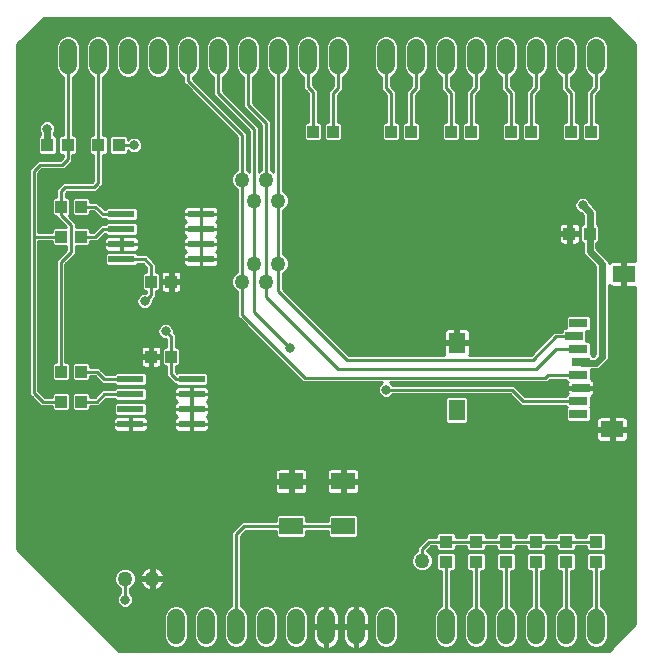
<source format=gtl>
G75*
%MOIN*%
%OFA0B0*%
%FSLAX25Y25*%
%IPPOS*%
%LPD*%
%AMOC8*
5,1,8,0,0,1.08239X$1,22.5*
%
%ADD10R,0.08700X0.02400*%
%ADD11R,0.03937X0.04331*%
%ADD12C,0.05937*%
%ADD13R,0.07874X0.05512*%
%ADD14R,0.08661X0.02362*%
%ADD15R,0.04331X0.03937*%
%ADD16R,0.07480X0.05512*%
%ADD17R,0.05512X0.07087*%
%ADD18R,0.05906X0.03150*%
%ADD19C,0.05000*%
%ADD20C,0.01000*%
%ADD21C,0.03200*%
%ADD22C,0.02400*%
D10*
X0096800Y0137500D03*
X0096800Y0142500D03*
X0096800Y0147500D03*
X0096800Y0152500D03*
X0123300Y0152500D03*
X0123300Y0147500D03*
X0123300Y0142500D03*
X0123300Y0137500D03*
D11*
X0113346Y0130000D03*
X0106654Y0130000D03*
X0083346Y0145000D03*
X0076654Y0145000D03*
X0076654Y0155000D03*
X0083346Y0155000D03*
X0078846Y0175500D03*
X0072154Y0175500D03*
X0089154Y0175500D03*
X0095846Y0175500D03*
X0160654Y0180000D03*
X0167346Y0180000D03*
X0186654Y0180000D03*
X0193346Y0180000D03*
X0206654Y0180000D03*
X0213346Y0180000D03*
X0226654Y0180000D03*
X0233346Y0180000D03*
X0246654Y0180000D03*
X0253346Y0180000D03*
X0252846Y0146000D03*
X0246154Y0146000D03*
X0113346Y0105000D03*
X0106654Y0105000D03*
X0083346Y0100000D03*
X0076654Y0100000D03*
X0076654Y0090000D03*
X0083346Y0090000D03*
D12*
X0115000Y0017969D02*
X0115000Y0012031D01*
X0125000Y0012031D02*
X0125000Y0017969D01*
X0135000Y0017969D02*
X0135000Y0012031D01*
X0145000Y0012031D02*
X0145000Y0017969D01*
X0155000Y0017969D02*
X0155000Y0012031D01*
X0165000Y0012031D02*
X0165000Y0017969D01*
X0175000Y0017969D02*
X0175000Y0012031D01*
X0185000Y0012031D02*
X0185000Y0017969D01*
X0205000Y0017969D02*
X0205000Y0012031D01*
X0215000Y0012031D02*
X0215000Y0017969D01*
X0225000Y0017969D02*
X0225000Y0012031D01*
X0235000Y0012031D02*
X0235000Y0017969D01*
X0245000Y0017969D02*
X0245000Y0012031D01*
X0255000Y0012031D02*
X0255000Y0017969D01*
X0255000Y0202031D02*
X0255000Y0207969D01*
X0245000Y0207969D02*
X0245000Y0202031D01*
X0235000Y0202031D02*
X0235000Y0207969D01*
X0225000Y0207969D02*
X0225000Y0202031D01*
X0215000Y0202031D02*
X0215000Y0207969D01*
X0205000Y0207969D02*
X0205000Y0202031D01*
X0195000Y0202031D02*
X0195000Y0207969D01*
X0185000Y0207969D02*
X0185000Y0202031D01*
X0169000Y0202031D02*
X0169000Y0207969D01*
X0159000Y0207969D02*
X0159000Y0202031D01*
X0149000Y0202031D02*
X0149000Y0207969D01*
X0139000Y0207969D02*
X0139000Y0202031D01*
X0129000Y0202031D02*
X0129000Y0207969D01*
X0119000Y0207969D02*
X0119000Y0202031D01*
X0109000Y0202031D02*
X0109000Y0207969D01*
X0099000Y0207969D02*
X0099000Y0202031D01*
X0089000Y0202031D02*
X0089000Y0207969D01*
X0079000Y0207969D02*
X0079000Y0202031D01*
D13*
X0153339Y0063480D03*
X0153339Y0048520D03*
X0170661Y0048520D03*
X0170661Y0063480D03*
D14*
X0120236Y0082500D03*
X0120236Y0087500D03*
X0120236Y0092500D03*
X0120236Y0097500D03*
X0099764Y0097500D03*
X0099764Y0092500D03*
X0099764Y0087500D03*
X0099764Y0082500D03*
D15*
X0205000Y0043346D03*
X0205000Y0036654D03*
X0215000Y0036654D03*
X0215000Y0043346D03*
X0225000Y0043346D03*
X0235000Y0043346D03*
X0235000Y0036654D03*
X0225000Y0036654D03*
X0245000Y0036654D03*
X0245000Y0043346D03*
X0255000Y0043346D03*
X0255000Y0036654D03*
D16*
X0260346Y0080803D03*
X0264283Y0132575D03*
D17*
X0208575Y0109543D03*
X0208575Y0087102D03*
D18*
X0249126Y0085921D03*
X0249126Y0090252D03*
X0249913Y0094583D03*
X0249126Y0098913D03*
X0249913Y0103244D03*
X0249126Y0107575D03*
X0247551Y0111709D03*
X0249126Y0116039D03*
D19*
X0149000Y0136000D03*
X0145000Y0130000D03*
X0141000Y0136000D03*
X0137000Y0130000D03*
X0141000Y0157000D03*
X0149000Y0157000D03*
X0145000Y0164000D03*
X0137000Y0164000D03*
X0197000Y0037000D03*
X0107000Y0031000D03*
X0098000Y0031000D03*
D20*
X0062000Y0040828D02*
X0062000Y0209172D01*
X0070828Y0218000D01*
X0259172Y0218000D01*
X0268000Y0209172D01*
X0268000Y0136831D01*
X0264783Y0136831D01*
X0264783Y0133075D01*
X0263783Y0133075D01*
X0263783Y0136831D01*
X0260346Y0136831D01*
X0259964Y0136728D01*
X0259622Y0136531D01*
X0259343Y0136252D01*
X0259300Y0136177D01*
X0259300Y0136953D01*
X0257953Y0138300D01*
X0255146Y0141106D01*
X0255146Y0142735D01*
X0255271Y0142735D01*
X0255915Y0143379D01*
X0255915Y0148621D01*
X0255300Y0149236D01*
X0255300Y0153953D01*
X0253953Y0155300D01*
X0253189Y0156064D01*
X0252789Y0157029D01*
X0252029Y0157789D01*
X0251037Y0158200D01*
X0249963Y0158200D01*
X0248971Y0157789D01*
X0248211Y0157029D01*
X0247800Y0156037D01*
X0247800Y0154963D01*
X0248211Y0153971D01*
X0248971Y0153211D01*
X0249936Y0152811D01*
X0250700Y0152047D01*
X0250700Y0149265D01*
X0250422Y0149265D01*
X0249778Y0148621D01*
X0249778Y0143379D01*
X0250422Y0142735D01*
X0250546Y0142735D01*
X0250546Y0139201D01*
X0251894Y0137854D01*
X0254700Y0135047D01*
X0254700Y0105953D01*
X0254047Y0105300D01*
X0253941Y0105300D01*
X0253322Y0105919D01*
X0253179Y0105919D01*
X0253179Y0109605D01*
X0252534Y0110250D01*
X0251604Y0110250D01*
X0251604Y0113365D01*
X0252534Y0113365D01*
X0253179Y0114009D01*
X0253179Y0118070D01*
X0252534Y0118714D01*
X0245718Y0118714D01*
X0245073Y0118070D01*
X0245073Y0114383D01*
X0244143Y0114383D01*
X0243498Y0113739D01*
X0243498Y0113309D01*
X0241046Y0113309D01*
X0240109Y0112371D01*
X0233337Y0105600D01*
X0212776Y0105600D01*
X0212831Y0105803D01*
X0212831Y0109043D01*
X0209075Y0109043D01*
X0209075Y0110043D01*
X0212831Y0110043D01*
X0212831Y0113284D01*
X0212728Y0113666D01*
X0212531Y0114008D01*
X0212252Y0114287D01*
X0211910Y0114484D01*
X0211528Y0114587D01*
X0209075Y0114587D01*
X0209075Y0110043D01*
X0208075Y0110043D01*
X0208075Y0109043D01*
X0204319Y0109043D01*
X0204319Y0105803D01*
X0204373Y0105600D01*
X0172663Y0105600D01*
X0150600Y0127663D01*
X0150600Y0132766D01*
X0151039Y0132948D01*
X0152052Y0133961D01*
X0152600Y0135284D01*
X0152600Y0136716D01*
X0152052Y0138039D01*
X0151039Y0139052D01*
X0150600Y0139234D01*
X0150600Y0153766D01*
X0151039Y0153948D01*
X0152052Y0154961D01*
X0152600Y0156284D01*
X0152600Y0157716D01*
X0152052Y0159039D01*
X0151039Y0160052D01*
X0150600Y0160234D01*
X0150600Y0198291D01*
X0151305Y0198582D01*
X0152449Y0199727D01*
X0153068Y0201222D01*
X0153068Y0208778D01*
X0152449Y0210273D01*
X0151305Y0211418D01*
X0149809Y0212037D01*
X0148191Y0212037D01*
X0146695Y0211418D01*
X0145551Y0210273D01*
X0144931Y0208778D01*
X0144931Y0201222D01*
X0145551Y0199727D01*
X0146695Y0198582D01*
X0147400Y0198291D01*
X0147400Y0166691D01*
X0147039Y0167052D01*
X0146600Y0167234D01*
X0146600Y0183663D01*
X0145663Y0184600D01*
X0145663Y0184600D01*
X0140600Y0189663D01*
X0140600Y0198291D01*
X0141305Y0198582D01*
X0142449Y0199727D01*
X0143068Y0201222D01*
X0143068Y0208778D01*
X0142449Y0210273D01*
X0141305Y0211418D01*
X0139809Y0212037D01*
X0138191Y0212037D01*
X0136695Y0211418D01*
X0135551Y0210273D01*
X0134931Y0208778D01*
X0134931Y0201222D01*
X0135551Y0199727D01*
X0136695Y0198582D01*
X0137400Y0198291D01*
X0137400Y0188337D01*
X0143400Y0182337D01*
X0143400Y0167234D01*
X0142961Y0167052D01*
X0142600Y0166691D01*
X0142600Y0181663D01*
X0141663Y0182600D01*
X0130600Y0193663D01*
X0130600Y0198291D01*
X0131305Y0198582D01*
X0132449Y0199727D01*
X0133068Y0201222D01*
X0133068Y0208778D01*
X0132449Y0210273D01*
X0131305Y0211418D01*
X0129809Y0212037D01*
X0128191Y0212037D01*
X0126695Y0211418D01*
X0125551Y0210273D01*
X0124931Y0208778D01*
X0124931Y0201222D01*
X0125551Y0199727D01*
X0126695Y0198582D01*
X0127400Y0198291D01*
X0127400Y0192337D01*
X0139400Y0180337D01*
X0139400Y0166691D01*
X0139039Y0167052D01*
X0138600Y0167234D01*
X0138600Y0179663D01*
X0137663Y0180600D01*
X0137663Y0180600D01*
X0120600Y0197663D01*
X0120600Y0198291D01*
X0121305Y0198582D01*
X0122449Y0199727D01*
X0123068Y0201222D01*
X0123068Y0208778D01*
X0122449Y0210273D01*
X0121305Y0211418D01*
X0119809Y0212037D01*
X0118191Y0212037D01*
X0116695Y0211418D01*
X0115551Y0210273D01*
X0114931Y0208778D01*
X0114931Y0201222D01*
X0115551Y0199727D01*
X0116695Y0198582D01*
X0117400Y0198291D01*
X0117400Y0196337D01*
X0118337Y0195400D01*
X0118337Y0195400D01*
X0135400Y0178337D01*
X0135400Y0167234D01*
X0134961Y0167052D01*
X0133948Y0166039D01*
X0133400Y0164716D01*
X0133400Y0163284D01*
X0133948Y0161961D01*
X0134961Y0160948D01*
X0135400Y0160766D01*
X0135400Y0133234D01*
X0134961Y0133052D01*
X0133948Y0132039D01*
X0133400Y0130716D01*
X0133400Y0129284D01*
X0133948Y0127961D01*
X0134961Y0126948D01*
X0135400Y0126766D01*
X0135400Y0118337D01*
X0136337Y0117400D01*
X0136337Y0117400D01*
X0156400Y0097337D01*
X0157337Y0096400D01*
X0183739Y0096400D01*
X0183471Y0096289D01*
X0182711Y0095529D01*
X0182300Y0094537D01*
X0182300Y0093463D01*
X0182711Y0092471D01*
X0183471Y0091711D01*
X0184463Y0091300D01*
X0185537Y0091300D01*
X0186529Y0091711D01*
X0187218Y0092400D01*
X0226337Y0092400D01*
X0229148Y0089589D01*
X0230085Y0088652D01*
X0245073Y0088652D01*
X0245073Y0088222D01*
X0245208Y0088087D01*
X0245073Y0087952D01*
X0245073Y0083891D01*
X0245718Y0083246D01*
X0252534Y0083246D01*
X0253179Y0083891D01*
X0253179Y0087952D01*
X0253044Y0088087D01*
X0253179Y0088222D01*
X0253179Y0091539D01*
X0253445Y0091610D01*
X0253787Y0091808D01*
X0254066Y0092087D01*
X0254264Y0092429D01*
X0254366Y0092810D01*
X0254366Y0094295D01*
X0250201Y0094295D01*
X0250201Y0094870D01*
X0254366Y0094870D01*
X0254366Y0096355D01*
X0254264Y0096736D01*
X0254066Y0097078D01*
X0253787Y0097358D01*
X0253445Y0097555D01*
X0253179Y0097627D01*
X0253179Y0100569D01*
X0253322Y0100569D01*
X0253452Y0100700D01*
X0255953Y0100700D01*
X0257300Y0102047D01*
X0259300Y0104047D01*
X0259300Y0128972D01*
X0259343Y0128898D01*
X0259622Y0128619D01*
X0259964Y0128421D01*
X0260346Y0128319D01*
X0263783Y0128319D01*
X0263783Y0132075D01*
X0264783Y0132075D01*
X0264783Y0128319D01*
X0268000Y0128319D01*
X0268000Y0015828D01*
X0259172Y0007000D01*
X0095828Y0007000D01*
X0062000Y0040828D01*
X0062000Y0040946D02*
X0133400Y0040946D01*
X0133400Y0039948D02*
X0062880Y0039948D01*
X0063879Y0038949D02*
X0133400Y0038949D01*
X0133400Y0037951D02*
X0064878Y0037951D01*
X0065876Y0036952D02*
X0133400Y0036952D01*
X0133400Y0035954D02*
X0066875Y0035954D01*
X0067873Y0034955D02*
X0106382Y0034955D01*
X0106500Y0034955D02*
X0107500Y0034955D01*
X0107500Y0034979D02*
X0108167Y0034846D01*
X0108895Y0034545D01*
X0109550Y0034107D01*
X0110107Y0033550D01*
X0110545Y0032895D01*
X0110846Y0032167D01*
X0110979Y0031500D01*
X0107500Y0031500D01*
X0107500Y0030500D01*
X0110979Y0030500D01*
X0110846Y0029833D01*
X0110545Y0029105D01*
X0110107Y0028450D01*
X0109550Y0027893D01*
X0108895Y0027455D01*
X0108167Y0027154D01*
X0107500Y0027021D01*
X0107500Y0030500D01*
X0106500Y0030500D01*
X0106500Y0027021D01*
X0105833Y0027154D01*
X0105105Y0027455D01*
X0104450Y0027893D01*
X0103893Y0028450D01*
X0103455Y0029105D01*
X0103154Y0029833D01*
X0103021Y0030500D01*
X0106500Y0030500D01*
X0106500Y0031500D01*
X0106500Y0034979D01*
X0105833Y0034846D01*
X0105105Y0034545D01*
X0104450Y0034107D01*
X0103893Y0033550D01*
X0103455Y0032895D01*
X0103154Y0032167D01*
X0103021Y0031500D01*
X0106500Y0031500D01*
X0107500Y0031500D01*
X0107500Y0034979D01*
X0107618Y0034955D02*
X0133400Y0034955D01*
X0133400Y0033957D02*
X0109700Y0033957D01*
X0110502Y0032958D02*
X0133400Y0032958D01*
X0133400Y0031960D02*
X0110887Y0031960D01*
X0110872Y0029963D02*
X0133400Y0029963D01*
X0133400Y0030961D02*
X0107500Y0030961D01*
X0107500Y0029963D02*
X0106500Y0029963D01*
X0106500Y0030961D02*
X0101600Y0030961D01*
X0101600Y0030284D02*
X0101052Y0028961D01*
X0100039Y0027948D01*
X0099600Y0027766D01*
X0099600Y0026218D01*
X0100289Y0025529D01*
X0100700Y0024537D01*
X0100700Y0023463D01*
X0100289Y0022471D01*
X0099529Y0021711D01*
X0098537Y0021300D01*
X0097463Y0021300D01*
X0096471Y0021711D01*
X0095711Y0022471D01*
X0095300Y0023463D01*
X0095300Y0024537D01*
X0095711Y0025529D01*
X0096400Y0026218D01*
X0096400Y0027766D01*
X0095961Y0027948D01*
X0094948Y0028961D01*
X0094400Y0030284D01*
X0094400Y0031716D01*
X0094948Y0033039D01*
X0095961Y0034052D01*
X0097284Y0034600D01*
X0098716Y0034600D01*
X0100039Y0034052D01*
X0101052Y0033039D01*
X0101600Y0031716D01*
X0101600Y0030284D01*
X0101467Y0029963D02*
X0103128Y0029963D01*
X0103549Y0028964D02*
X0101053Y0028964D01*
X0100057Y0027966D02*
X0104377Y0027966D01*
X0106500Y0027966D02*
X0107500Y0027966D01*
X0107500Y0028964D02*
X0106500Y0028964D01*
X0106500Y0031960D02*
X0107500Y0031960D01*
X0107500Y0032958D02*
X0106500Y0032958D01*
X0106500Y0033957D02*
X0107500Y0033957D01*
X0104300Y0033957D02*
X0100134Y0033957D01*
X0101085Y0032958D02*
X0103498Y0032958D01*
X0103113Y0031960D02*
X0101499Y0031960D01*
X0098000Y0031000D02*
X0098000Y0024000D01*
X0100497Y0022973D02*
X0133400Y0022973D01*
X0133400Y0021975D02*
X0125960Y0021975D01*
X0125809Y0022037D02*
X0124191Y0022037D01*
X0122695Y0021418D01*
X0121551Y0020273D01*
X0120931Y0018778D01*
X0120931Y0011222D01*
X0121551Y0009727D01*
X0122695Y0008582D01*
X0124191Y0007963D01*
X0125809Y0007963D01*
X0127305Y0008582D01*
X0128449Y0009727D01*
X0129068Y0011222D01*
X0129068Y0018778D01*
X0128449Y0020273D01*
X0127305Y0021418D01*
X0125809Y0022037D01*
X0124040Y0021975D02*
X0115960Y0021975D01*
X0115809Y0022037D02*
X0114191Y0022037D01*
X0112695Y0021418D01*
X0111551Y0020273D01*
X0110931Y0018778D01*
X0110931Y0011222D01*
X0111551Y0009727D01*
X0112695Y0008582D01*
X0114191Y0007963D01*
X0115809Y0007963D01*
X0117305Y0008582D01*
X0118449Y0009727D01*
X0119068Y0011222D01*
X0119068Y0018778D01*
X0118449Y0020273D01*
X0117305Y0021418D01*
X0115809Y0022037D01*
X0114040Y0021975D02*
X0099793Y0021975D01*
X0100700Y0023972D02*
X0133400Y0023972D01*
X0133400Y0024970D02*
X0100521Y0024970D01*
X0099850Y0025969D02*
X0133400Y0025969D01*
X0133400Y0026967D02*
X0099600Y0026967D01*
X0096400Y0026967D02*
X0075861Y0026967D01*
X0076860Y0025969D02*
X0096150Y0025969D01*
X0095479Y0024970D02*
X0077858Y0024970D01*
X0078857Y0023972D02*
X0095300Y0023972D01*
X0095503Y0022973D02*
X0079855Y0022973D01*
X0080854Y0021975D02*
X0096207Y0021975D01*
X0095943Y0027966D02*
X0074863Y0027966D01*
X0073864Y0028964D02*
X0094947Y0028964D01*
X0094533Y0029963D02*
X0072866Y0029963D01*
X0071867Y0030961D02*
X0094400Y0030961D01*
X0094501Y0031960D02*
X0070869Y0031960D01*
X0069870Y0032958D02*
X0094915Y0032958D01*
X0095866Y0033957D02*
X0068872Y0033957D01*
X0062000Y0041945D02*
X0133400Y0041945D01*
X0133400Y0042943D02*
X0062000Y0042943D01*
X0062000Y0043942D02*
X0133400Y0043942D01*
X0133400Y0044940D02*
X0062000Y0044940D01*
X0062000Y0045939D02*
X0133400Y0045939D01*
X0133400Y0046663D02*
X0133400Y0021709D01*
X0132695Y0021418D01*
X0131551Y0020273D01*
X0130931Y0018778D01*
X0130931Y0011222D01*
X0131551Y0009727D01*
X0132695Y0008582D01*
X0134191Y0007963D01*
X0135809Y0007963D01*
X0137305Y0008582D01*
X0138449Y0009727D01*
X0139068Y0011222D01*
X0139068Y0018778D01*
X0138449Y0020273D01*
X0137305Y0021418D01*
X0136600Y0021709D01*
X0136600Y0045337D01*
X0138182Y0046920D01*
X0148302Y0046920D01*
X0148302Y0045308D01*
X0148946Y0044664D01*
X0157731Y0044664D01*
X0158376Y0045308D01*
X0158376Y0046920D01*
X0165624Y0046920D01*
X0165624Y0045308D01*
X0166269Y0044664D01*
X0175054Y0044664D01*
X0175698Y0045308D01*
X0175698Y0051731D01*
X0175054Y0052376D01*
X0166269Y0052376D01*
X0165624Y0051731D01*
X0165624Y0050120D01*
X0158376Y0050120D01*
X0158376Y0051731D01*
X0157731Y0052376D01*
X0148946Y0052376D01*
X0148302Y0051731D01*
X0148302Y0050120D01*
X0136857Y0050120D01*
X0134337Y0047600D01*
X0133400Y0046663D01*
X0133675Y0046937D02*
X0062000Y0046937D01*
X0062000Y0047936D02*
X0134673Y0047936D01*
X0135672Y0048934D02*
X0062000Y0048934D01*
X0062000Y0049933D02*
X0136670Y0049933D01*
X0137520Y0048520D02*
X0135000Y0046000D01*
X0135000Y0015000D01*
X0139068Y0014985D02*
X0140931Y0014985D01*
X0140931Y0013987D02*
X0139068Y0013987D01*
X0139068Y0012988D02*
X0140931Y0012988D01*
X0140931Y0011990D02*
X0139068Y0011990D01*
X0138973Y0010991D02*
X0141027Y0010991D01*
X0140931Y0011222D02*
X0141551Y0009727D01*
X0142695Y0008582D01*
X0144191Y0007963D01*
X0145809Y0007963D01*
X0147305Y0008582D01*
X0148449Y0009727D01*
X0149068Y0011222D01*
X0149068Y0018778D01*
X0148449Y0020273D01*
X0147305Y0021418D01*
X0145809Y0022037D01*
X0144191Y0022037D01*
X0142695Y0021418D01*
X0141551Y0020273D01*
X0140931Y0018778D01*
X0140931Y0011222D01*
X0141441Y0009993D02*
X0138559Y0009993D01*
X0137716Y0008994D02*
X0142284Y0008994D01*
X0144112Y0007996D02*
X0135888Y0007996D01*
X0134112Y0007996D02*
X0125888Y0007996D01*
X0124112Y0007996D02*
X0115888Y0007996D01*
X0114112Y0007996D02*
X0094833Y0007996D01*
X0093834Y0008994D02*
X0112284Y0008994D01*
X0111441Y0009993D02*
X0092836Y0009993D01*
X0091837Y0010991D02*
X0111027Y0010991D01*
X0110931Y0011990D02*
X0090839Y0011990D01*
X0089840Y0012988D02*
X0110931Y0012988D01*
X0110931Y0013987D02*
X0088842Y0013987D01*
X0087843Y0014985D02*
X0110931Y0014985D01*
X0110931Y0015984D02*
X0086845Y0015984D01*
X0085846Y0016982D02*
X0110931Y0016982D01*
X0110931Y0017981D02*
X0084848Y0017981D01*
X0083849Y0018979D02*
X0111015Y0018979D01*
X0111429Y0019978D02*
X0082851Y0019978D01*
X0081852Y0020976D02*
X0112254Y0020976D01*
X0117746Y0020976D02*
X0122254Y0020976D01*
X0121429Y0019978D02*
X0118571Y0019978D01*
X0118985Y0018979D02*
X0121015Y0018979D01*
X0120931Y0017981D02*
X0119068Y0017981D01*
X0119068Y0016982D02*
X0120931Y0016982D01*
X0120931Y0015984D02*
X0119068Y0015984D01*
X0119068Y0014985D02*
X0120931Y0014985D01*
X0120931Y0013987D02*
X0119068Y0013987D01*
X0119068Y0012988D02*
X0120931Y0012988D01*
X0120931Y0011990D02*
X0119068Y0011990D01*
X0118973Y0010991D02*
X0121027Y0010991D01*
X0121441Y0009993D02*
X0118559Y0009993D01*
X0117716Y0008994D02*
X0122284Y0008994D01*
X0127716Y0008994D02*
X0132284Y0008994D01*
X0131441Y0009993D02*
X0128559Y0009993D01*
X0128973Y0010991D02*
X0131027Y0010991D01*
X0130931Y0011990D02*
X0129068Y0011990D01*
X0129068Y0012988D02*
X0130931Y0012988D01*
X0130931Y0013987D02*
X0129068Y0013987D01*
X0129068Y0014985D02*
X0130931Y0014985D01*
X0130931Y0015984D02*
X0129068Y0015984D01*
X0129068Y0016982D02*
X0130931Y0016982D01*
X0130931Y0017981D02*
X0129068Y0017981D01*
X0128985Y0018979D02*
X0131015Y0018979D01*
X0131429Y0019978D02*
X0128571Y0019978D01*
X0127746Y0020976D02*
X0132254Y0020976D01*
X0136600Y0021975D02*
X0144040Y0021975D01*
X0145960Y0021975D02*
X0154040Y0021975D01*
X0154191Y0022037D02*
X0152695Y0021418D01*
X0151551Y0020273D01*
X0150931Y0018778D01*
X0150931Y0011222D01*
X0151551Y0009727D01*
X0152695Y0008582D01*
X0154191Y0007963D01*
X0155809Y0007963D01*
X0157305Y0008582D01*
X0158449Y0009727D01*
X0159068Y0011222D01*
X0159068Y0018778D01*
X0158449Y0020273D01*
X0157305Y0021418D01*
X0155809Y0022037D01*
X0154191Y0022037D01*
X0155960Y0021975D02*
X0163020Y0021975D01*
X0163285Y0022110D02*
X0162658Y0021790D01*
X0162089Y0021377D01*
X0161592Y0020880D01*
X0161178Y0020311D01*
X0160859Y0019684D01*
X0160642Y0019015D01*
X0160531Y0018320D01*
X0160531Y0015484D01*
X0164516Y0015484D01*
X0164516Y0014516D01*
X0165484Y0014516D01*
X0165484Y0007584D01*
X0166046Y0007673D01*
X0166715Y0007890D01*
X0167342Y0008210D01*
X0167911Y0008623D01*
X0168408Y0009120D01*
X0168822Y0009689D01*
X0169141Y0010316D01*
X0169358Y0010985D01*
X0169468Y0011680D01*
X0169468Y0014516D01*
X0165484Y0014516D01*
X0165484Y0015484D01*
X0169468Y0015484D01*
X0169468Y0018320D01*
X0169358Y0019015D01*
X0169141Y0019684D01*
X0168822Y0020311D01*
X0168408Y0020880D01*
X0167911Y0021377D01*
X0167342Y0021790D01*
X0166715Y0022110D01*
X0166046Y0022327D01*
X0165484Y0022416D01*
X0165484Y0015484D01*
X0164516Y0015484D01*
X0164516Y0022416D01*
X0163954Y0022327D01*
X0163285Y0022110D01*
X0164516Y0021975D02*
X0165484Y0021975D01*
X0165484Y0020976D02*
X0164516Y0020976D01*
X0164516Y0019978D02*
X0165484Y0019978D01*
X0165484Y0018979D02*
X0164516Y0018979D01*
X0164516Y0017981D02*
X0165484Y0017981D01*
X0165484Y0016982D02*
X0164516Y0016982D01*
X0164516Y0015984D02*
X0165484Y0015984D01*
X0165484Y0014985D02*
X0174516Y0014985D01*
X0174516Y0014516D02*
X0170531Y0014516D01*
X0170531Y0011680D01*
X0170642Y0010985D01*
X0170859Y0010316D01*
X0171178Y0009689D01*
X0171592Y0009120D01*
X0172089Y0008623D01*
X0172658Y0008210D01*
X0173285Y0007890D01*
X0173954Y0007673D01*
X0174516Y0007584D01*
X0174516Y0014516D01*
X0175484Y0014516D01*
X0175484Y0007584D01*
X0176046Y0007673D01*
X0176715Y0007890D01*
X0177342Y0008210D01*
X0177911Y0008623D01*
X0178408Y0009120D01*
X0178822Y0009689D01*
X0179141Y0010316D01*
X0179358Y0010985D01*
X0179468Y0011680D01*
X0179468Y0014516D01*
X0175484Y0014516D01*
X0175484Y0015484D01*
X0179468Y0015484D01*
X0179468Y0018320D01*
X0179358Y0019015D01*
X0179141Y0019684D01*
X0178822Y0020311D01*
X0178408Y0020880D01*
X0177911Y0021377D01*
X0177342Y0021790D01*
X0176715Y0022110D01*
X0176046Y0022327D01*
X0175484Y0022416D01*
X0175484Y0015484D01*
X0174516Y0015484D01*
X0174516Y0014516D01*
X0174516Y0013987D02*
X0175484Y0013987D01*
X0175484Y0014985D02*
X0180931Y0014985D01*
X0180931Y0013987D02*
X0179468Y0013987D01*
X0179468Y0012988D02*
X0180931Y0012988D01*
X0180931Y0011990D02*
X0179468Y0011990D01*
X0179359Y0010991D02*
X0181027Y0010991D01*
X0180931Y0011222D02*
X0181551Y0009727D01*
X0182695Y0008582D01*
X0184191Y0007963D01*
X0185809Y0007963D01*
X0187305Y0008582D01*
X0188449Y0009727D01*
X0189068Y0011222D01*
X0189068Y0018778D01*
X0188449Y0020273D01*
X0187305Y0021418D01*
X0185809Y0022037D01*
X0184191Y0022037D01*
X0182695Y0021418D01*
X0181551Y0020273D01*
X0180931Y0018778D01*
X0180931Y0011222D01*
X0181441Y0009993D02*
X0178976Y0009993D01*
X0178282Y0008994D02*
X0182284Y0008994D01*
X0184112Y0007996D02*
X0176922Y0007996D01*
X0175484Y0007996D02*
X0174516Y0007996D01*
X0174516Y0008994D02*
X0175484Y0008994D01*
X0175484Y0009993D02*
X0174516Y0009993D01*
X0174516Y0010991D02*
X0175484Y0010991D01*
X0175484Y0011990D02*
X0174516Y0011990D01*
X0174516Y0012988D02*
X0175484Y0012988D01*
X0174516Y0015484D02*
X0170531Y0015484D01*
X0170531Y0018320D01*
X0170642Y0019015D01*
X0170859Y0019684D01*
X0171178Y0020311D01*
X0171592Y0020880D01*
X0172089Y0021377D01*
X0172658Y0021790D01*
X0173285Y0022110D01*
X0173954Y0022327D01*
X0174516Y0022416D01*
X0174516Y0015484D01*
X0174516Y0015984D02*
X0175484Y0015984D01*
X0175484Y0016982D02*
X0174516Y0016982D01*
X0174516Y0017981D02*
X0175484Y0017981D01*
X0175484Y0018979D02*
X0174516Y0018979D01*
X0174516Y0019978D02*
X0175484Y0019978D01*
X0175484Y0020976D02*
X0174516Y0020976D01*
X0174516Y0021975D02*
X0175484Y0021975D01*
X0176980Y0021975D02*
X0184040Y0021975D01*
X0185960Y0021975D02*
X0203400Y0021975D01*
X0203400Y0021709D02*
X0202695Y0021418D01*
X0201551Y0020273D01*
X0200931Y0018778D01*
X0200931Y0011222D01*
X0201551Y0009727D01*
X0202695Y0008582D01*
X0204191Y0007963D01*
X0205809Y0007963D01*
X0207305Y0008582D01*
X0208449Y0009727D01*
X0209068Y0011222D01*
X0209068Y0018778D01*
X0208449Y0020273D01*
X0207305Y0021418D01*
X0206600Y0021709D01*
X0206600Y0033585D01*
X0207621Y0033585D01*
X0208265Y0034229D01*
X0208265Y0039078D01*
X0207621Y0039722D01*
X0202379Y0039722D01*
X0201735Y0039078D01*
X0201735Y0034229D01*
X0202379Y0033585D01*
X0203400Y0033585D01*
X0203400Y0021709D01*
X0203400Y0022973D02*
X0136600Y0022973D01*
X0136600Y0023972D02*
X0203400Y0023972D01*
X0203400Y0024970D02*
X0136600Y0024970D01*
X0136600Y0025969D02*
X0203400Y0025969D01*
X0203400Y0026967D02*
X0136600Y0026967D01*
X0136600Y0027966D02*
X0203400Y0027966D01*
X0203400Y0028964D02*
X0136600Y0028964D01*
X0136600Y0029963D02*
X0203400Y0029963D01*
X0203400Y0030961D02*
X0136600Y0030961D01*
X0136600Y0031960D02*
X0203400Y0031960D01*
X0203400Y0032958D02*
X0136600Y0032958D01*
X0136600Y0033957D02*
X0194952Y0033957D01*
X0194961Y0033948D02*
X0196284Y0033400D01*
X0197716Y0033400D01*
X0199039Y0033948D01*
X0200052Y0034961D01*
X0200600Y0036284D01*
X0200600Y0037716D01*
X0200052Y0039039D01*
X0199039Y0040052D01*
X0198600Y0040234D01*
X0198600Y0040337D01*
X0200009Y0041746D01*
X0201735Y0041746D01*
X0201735Y0040922D01*
X0202379Y0040278D01*
X0207621Y0040278D01*
X0208265Y0040922D01*
X0208265Y0041746D01*
X0211735Y0041746D01*
X0211735Y0040922D01*
X0212379Y0040278D01*
X0217621Y0040278D01*
X0218265Y0040922D01*
X0218265Y0041746D01*
X0221735Y0041746D01*
X0221735Y0040922D01*
X0222379Y0040278D01*
X0227621Y0040278D01*
X0228265Y0040922D01*
X0228265Y0041746D01*
X0231735Y0041746D01*
X0231735Y0040922D01*
X0232379Y0040278D01*
X0237621Y0040278D01*
X0238265Y0040922D01*
X0238265Y0041746D01*
X0241735Y0041746D01*
X0241735Y0040922D01*
X0242379Y0040278D01*
X0247621Y0040278D01*
X0248265Y0040922D01*
X0248265Y0041746D01*
X0251735Y0041746D01*
X0251735Y0040922D01*
X0252379Y0040278D01*
X0257621Y0040278D01*
X0258265Y0040922D01*
X0258265Y0045771D01*
X0257621Y0046415D01*
X0252379Y0046415D01*
X0251735Y0045771D01*
X0251735Y0044946D01*
X0248265Y0044946D01*
X0248265Y0045771D01*
X0247621Y0046415D01*
X0242379Y0046415D01*
X0241735Y0045771D01*
X0241735Y0044946D01*
X0238265Y0044946D01*
X0238265Y0045771D01*
X0237621Y0046415D01*
X0232379Y0046415D01*
X0231735Y0045771D01*
X0231735Y0044946D01*
X0228265Y0044946D01*
X0228265Y0045771D01*
X0227621Y0046415D01*
X0222379Y0046415D01*
X0221735Y0045771D01*
X0221735Y0044946D01*
X0218265Y0044946D01*
X0218265Y0045771D01*
X0217621Y0046415D01*
X0212379Y0046415D01*
X0211735Y0045771D01*
X0211735Y0044946D01*
X0208265Y0044946D01*
X0208265Y0045771D01*
X0207621Y0046415D01*
X0202379Y0046415D01*
X0201735Y0045771D01*
X0201735Y0044946D01*
X0198684Y0044946D01*
X0196337Y0042600D01*
X0195400Y0041663D01*
X0195400Y0040234D01*
X0194961Y0040052D01*
X0193948Y0039039D01*
X0193400Y0037716D01*
X0193400Y0036284D01*
X0193948Y0034961D01*
X0194961Y0033948D01*
X0193953Y0034955D02*
X0136600Y0034955D01*
X0136600Y0035954D02*
X0193537Y0035954D01*
X0193400Y0036952D02*
X0136600Y0036952D01*
X0136600Y0037951D02*
X0193497Y0037951D01*
X0193911Y0038949D02*
X0136600Y0038949D01*
X0136600Y0039948D02*
X0194857Y0039948D01*
X0195400Y0040946D02*
X0136600Y0040946D01*
X0136600Y0041945D02*
X0195682Y0041945D01*
X0196681Y0042943D02*
X0136600Y0042943D01*
X0136600Y0043942D02*
X0197679Y0043942D01*
X0198678Y0044940D02*
X0175331Y0044940D01*
X0175698Y0045939D02*
X0201903Y0045939D01*
X0199346Y0043346D02*
X0197000Y0041000D01*
X0197000Y0037000D01*
X0200600Y0036952D02*
X0201735Y0036952D01*
X0201735Y0035954D02*
X0200463Y0035954D01*
X0200047Y0034955D02*
X0201735Y0034955D01*
X0202007Y0033957D02*
X0199048Y0033957D01*
X0200503Y0037951D02*
X0201735Y0037951D01*
X0201735Y0038949D02*
X0200089Y0038949D01*
X0199143Y0039948D02*
X0268000Y0039948D01*
X0268000Y0040946D02*
X0258265Y0040946D01*
X0258265Y0041945D02*
X0268000Y0041945D01*
X0268000Y0042943D02*
X0258265Y0042943D01*
X0258265Y0043942D02*
X0268000Y0043942D01*
X0268000Y0044940D02*
X0258265Y0044940D01*
X0258097Y0045939D02*
X0268000Y0045939D01*
X0268000Y0046937D02*
X0175698Y0046937D01*
X0175698Y0047936D02*
X0268000Y0047936D01*
X0268000Y0048934D02*
X0175698Y0048934D01*
X0175698Y0049933D02*
X0268000Y0049933D01*
X0268000Y0050932D02*
X0175698Y0050932D01*
X0175500Y0051930D02*
X0268000Y0051930D01*
X0268000Y0052929D02*
X0062000Y0052929D01*
X0062000Y0053927D02*
X0268000Y0053927D01*
X0268000Y0054926D02*
X0062000Y0054926D01*
X0062000Y0055924D02*
X0268000Y0055924D01*
X0268000Y0056923D02*
X0062000Y0056923D01*
X0062000Y0057921D02*
X0268000Y0057921D01*
X0268000Y0058920D02*
X0062000Y0058920D01*
X0062000Y0059918D02*
X0148135Y0059918D01*
X0148201Y0059803D02*
X0148481Y0059524D01*
X0148823Y0059327D01*
X0149204Y0059224D01*
X0152839Y0059224D01*
X0152839Y0062980D01*
X0153839Y0062980D01*
X0153839Y0063980D01*
X0158776Y0063980D01*
X0158776Y0066434D01*
X0158673Y0066815D01*
X0158476Y0067157D01*
X0158197Y0067437D01*
X0157855Y0067634D01*
X0157473Y0067736D01*
X0153839Y0067736D01*
X0153839Y0063980D01*
X0152839Y0063980D01*
X0152839Y0067736D01*
X0149204Y0067736D01*
X0148823Y0067634D01*
X0148481Y0067437D01*
X0148201Y0067157D01*
X0148004Y0066815D01*
X0147902Y0066434D01*
X0147902Y0063980D01*
X0152839Y0063980D01*
X0152839Y0062980D01*
X0147902Y0062980D01*
X0147902Y0060527D01*
X0148004Y0060145D01*
X0148201Y0059803D01*
X0147902Y0060917D02*
X0062000Y0060917D01*
X0062000Y0061915D02*
X0147902Y0061915D01*
X0147902Y0062914D02*
X0062000Y0062914D01*
X0062000Y0063912D02*
X0152839Y0063912D01*
X0152839Y0062914D02*
X0153839Y0062914D01*
X0153839Y0062980D02*
X0153839Y0059224D01*
X0157473Y0059224D01*
X0157855Y0059327D01*
X0158197Y0059524D01*
X0158476Y0059803D01*
X0158673Y0060145D01*
X0158776Y0060527D01*
X0158776Y0062980D01*
X0153839Y0062980D01*
X0153839Y0063912D02*
X0170161Y0063912D01*
X0170161Y0063980D02*
X0170161Y0062980D01*
X0165224Y0062980D01*
X0165224Y0060527D01*
X0165327Y0060145D01*
X0165524Y0059803D01*
X0165803Y0059524D01*
X0166145Y0059327D01*
X0166527Y0059224D01*
X0170161Y0059224D01*
X0170161Y0062980D01*
X0171161Y0062980D01*
X0171161Y0059224D01*
X0174796Y0059224D01*
X0175177Y0059327D01*
X0175519Y0059524D01*
X0175799Y0059803D01*
X0175996Y0060145D01*
X0176098Y0060527D01*
X0176098Y0062980D01*
X0171161Y0062980D01*
X0171161Y0063980D01*
X0170161Y0063980D01*
X0165224Y0063980D01*
X0165224Y0066434D01*
X0165327Y0066815D01*
X0165524Y0067157D01*
X0165803Y0067437D01*
X0166145Y0067634D01*
X0166527Y0067736D01*
X0170161Y0067736D01*
X0170161Y0063980D01*
X0170161Y0064911D02*
X0171161Y0064911D01*
X0171161Y0063980D02*
X0171161Y0067736D01*
X0174796Y0067736D01*
X0175177Y0067634D01*
X0175519Y0067437D01*
X0175799Y0067157D01*
X0175996Y0066815D01*
X0176098Y0066434D01*
X0176098Y0063980D01*
X0171161Y0063980D01*
X0171161Y0063912D02*
X0268000Y0063912D01*
X0268000Y0062914D02*
X0176098Y0062914D01*
X0176098Y0061915D02*
X0268000Y0061915D01*
X0268000Y0060917D02*
X0176098Y0060917D01*
X0175865Y0059918D02*
X0268000Y0059918D01*
X0268000Y0064911D02*
X0176098Y0064911D01*
X0176098Y0065909D02*
X0268000Y0065909D01*
X0268000Y0066908D02*
X0175943Y0066908D01*
X0171161Y0066908D02*
X0170161Y0066908D01*
X0170161Y0065909D02*
X0171161Y0065909D01*
X0171161Y0062914D02*
X0170161Y0062914D01*
X0170161Y0061915D02*
X0171161Y0061915D01*
X0171161Y0060917D02*
X0170161Y0060917D01*
X0170161Y0059918D02*
X0171161Y0059918D01*
X0165458Y0059918D02*
X0158542Y0059918D01*
X0158776Y0060917D02*
X0165224Y0060917D01*
X0165224Y0061915D02*
X0158776Y0061915D01*
X0158776Y0062914D02*
X0165224Y0062914D01*
X0165224Y0064911D02*
X0158776Y0064911D01*
X0158776Y0065909D02*
X0165224Y0065909D01*
X0165380Y0066908D02*
X0158620Y0066908D01*
X0153839Y0066908D02*
X0152839Y0066908D01*
X0152839Y0065909D02*
X0153839Y0065909D01*
X0153839Y0064911D02*
X0152839Y0064911D01*
X0152839Y0061915D02*
X0153839Y0061915D01*
X0153839Y0060917D02*
X0152839Y0060917D01*
X0152839Y0059918D02*
X0153839Y0059918D01*
X0147902Y0064911D02*
X0062000Y0064911D01*
X0062000Y0065909D02*
X0147902Y0065909D01*
X0148057Y0066908D02*
X0062000Y0066908D01*
X0062000Y0067906D02*
X0268000Y0067906D01*
X0268000Y0068905D02*
X0062000Y0068905D01*
X0062000Y0069903D02*
X0268000Y0069903D01*
X0268000Y0070902D02*
X0062000Y0070902D01*
X0062000Y0071900D02*
X0268000Y0071900D01*
X0268000Y0072899D02*
X0062000Y0072899D01*
X0062000Y0073897D02*
X0268000Y0073897D01*
X0268000Y0074896D02*
X0062000Y0074896D01*
X0062000Y0075894D02*
X0268000Y0075894D01*
X0268000Y0076893D02*
X0265053Y0076893D01*
X0265008Y0076847D02*
X0265287Y0077126D01*
X0265484Y0077468D01*
X0265587Y0077850D01*
X0265587Y0080303D01*
X0260846Y0080303D01*
X0260846Y0076547D01*
X0264284Y0076547D01*
X0264666Y0076649D01*
X0265008Y0076847D01*
X0265587Y0077891D02*
X0268000Y0077891D01*
X0268000Y0078890D02*
X0265587Y0078890D01*
X0265587Y0079888D02*
X0268000Y0079888D01*
X0268000Y0080887D02*
X0260846Y0080887D01*
X0260846Y0081303D02*
X0265587Y0081303D01*
X0265587Y0083757D01*
X0265484Y0084138D01*
X0265287Y0084480D01*
X0265008Y0084759D01*
X0264666Y0084957D01*
X0264284Y0085059D01*
X0260846Y0085059D01*
X0260846Y0081303D01*
X0259846Y0081303D01*
X0259846Y0080303D01*
X0255106Y0080303D01*
X0255106Y0077850D01*
X0255209Y0077468D01*
X0255406Y0077126D01*
X0255685Y0076847D01*
X0256027Y0076649D01*
X0256409Y0076547D01*
X0259846Y0076547D01*
X0259846Y0080303D01*
X0260846Y0080303D01*
X0260846Y0081303D01*
X0260846Y0081885D02*
X0259846Y0081885D01*
X0259846Y0081303D02*
X0259846Y0085059D01*
X0256409Y0085059D01*
X0256027Y0084957D01*
X0255685Y0084759D01*
X0255406Y0084480D01*
X0255209Y0084138D01*
X0255106Y0083757D01*
X0255106Y0081303D01*
X0259846Y0081303D01*
X0259846Y0080887D02*
X0126004Y0080887D01*
X0125965Y0080740D02*
X0126067Y0081121D01*
X0126067Y0082409D01*
X0120327Y0082409D01*
X0120327Y0079819D01*
X0124764Y0079819D01*
X0125146Y0079921D01*
X0125488Y0080119D01*
X0125767Y0080398D01*
X0125965Y0080740D01*
X0126067Y0081885D02*
X0255106Y0081885D01*
X0255106Y0082884D02*
X0212211Y0082884D01*
X0212431Y0083103D02*
X0212431Y0091101D01*
X0211786Y0091746D01*
X0205363Y0091746D01*
X0204719Y0091101D01*
X0204719Y0083103D01*
X0205363Y0082459D01*
X0211786Y0082459D01*
X0212431Y0083103D01*
X0212431Y0083882D02*
X0245082Y0083882D01*
X0245073Y0084881D02*
X0212431Y0084881D01*
X0212431Y0085879D02*
X0245073Y0085879D01*
X0245073Y0086878D02*
X0212431Y0086878D01*
X0212431Y0087876D02*
X0245073Y0087876D01*
X0249126Y0090252D02*
X0230748Y0090252D01*
X0227000Y0094000D01*
X0185000Y0094000D01*
X0186954Y0095865D02*
X0245461Y0095865D01*
X0245461Y0096355D02*
X0245461Y0094870D01*
X0249626Y0094870D01*
X0249626Y0094295D01*
X0245461Y0094295D01*
X0245461Y0092810D01*
X0245490Y0092700D01*
X0245073Y0092282D01*
X0245073Y0091852D01*
X0231411Y0091852D01*
X0227663Y0095600D01*
X0187218Y0095600D01*
X0186529Y0096289D01*
X0186261Y0096400D01*
X0238663Y0096400D01*
X0239576Y0097313D01*
X0245073Y0097313D01*
X0245073Y0096883D01*
X0245490Y0096466D01*
X0245461Y0096355D01*
X0245093Y0096863D02*
X0239126Y0096863D01*
X0238000Y0098000D02*
X0238913Y0098913D01*
X0249126Y0098913D01*
X0249039Y0099000D01*
X0253179Y0098860D02*
X0268000Y0098860D01*
X0268000Y0097862D02*
X0253179Y0097862D01*
X0254191Y0096863D02*
X0268000Y0096863D01*
X0268000Y0095865D02*
X0254366Y0095865D01*
X0254366Y0093868D02*
X0268000Y0093868D01*
X0268000Y0094866D02*
X0250201Y0094866D01*
X0249626Y0094866D02*
X0228397Y0094866D01*
X0229395Y0093868D02*
X0245461Y0093868D01*
X0245461Y0092869D02*
X0230394Y0092869D01*
X0231392Y0091870D02*
X0245073Y0091870D01*
X0253179Y0090872D02*
X0268000Y0090872D01*
X0268000Y0091870D02*
X0253850Y0091870D01*
X0254366Y0092869D02*
X0268000Y0092869D01*
X0268000Y0089873D02*
X0253179Y0089873D01*
X0253179Y0088875D02*
X0268000Y0088875D01*
X0268000Y0087876D02*
X0253179Y0087876D01*
X0253179Y0086878D02*
X0268000Y0086878D01*
X0268000Y0085879D02*
X0253179Y0085879D01*
X0253179Y0084881D02*
X0255896Y0084881D01*
X0255140Y0083882D02*
X0253170Y0083882D01*
X0255106Y0079888D02*
X0125024Y0079888D01*
X0126067Y0082591D02*
X0126067Y0083879D01*
X0125965Y0084260D01*
X0125767Y0084602D01*
X0125488Y0084881D01*
X0125282Y0085000D01*
X0125488Y0085119D01*
X0125767Y0085398D01*
X0125965Y0085740D01*
X0126067Y0086121D01*
X0126067Y0087409D01*
X0120327Y0087409D01*
X0120327Y0084819D01*
X0120327Y0082591D01*
X0120146Y0082591D01*
X0120146Y0087409D01*
X0120327Y0087409D01*
X0120327Y0087591D01*
X0120146Y0087591D01*
X0120146Y0092409D01*
X0120327Y0092409D01*
X0120327Y0089819D01*
X0120327Y0087591D01*
X0126067Y0087591D01*
X0126067Y0088879D01*
X0125965Y0089260D01*
X0125767Y0089602D01*
X0125488Y0089881D01*
X0125282Y0090000D01*
X0125488Y0090119D01*
X0125767Y0090398D01*
X0125965Y0090740D01*
X0126067Y0091121D01*
X0126067Y0092409D01*
X0120327Y0092409D01*
X0120327Y0092591D01*
X0120146Y0092591D01*
X0120146Y0095181D01*
X0115708Y0095181D01*
X0115327Y0095079D01*
X0114984Y0094881D01*
X0114705Y0094602D01*
X0114508Y0094260D01*
X0114406Y0093879D01*
X0114406Y0092591D01*
X0120146Y0092591D01*
X0120146Y0092409D01*
X0114406Y0092409D01*
X0114406Y0091121D01*
X0114508Y0090740D01*
X0114705Y0090398D01*
X0114984Y0090119D01*
X0115190Y0090000D01*
X0114984Y0089881D01*
X0114705Y0089602D01*
X0114508Y0089260D01*
X0114406Y0088879D01*
X0114406Y0087591D01*
X0120146Y0087591D01*
X0120146Y0087409D01*
X0114406Y0087409D01*
X0114406Y0086121D01*
X0114508Y0085740D01*
X0114705Y0085398D01*
X0114984Y0085119D01*
X0115190Y0085000D01*
X0114984Y0084881D01*
X0105016Y0084881D01*
X0104673Y0085079D01*
X0104292Y0085181D01*
X0099854Y0085181D01*
X0099854Y0082591D01*
X0099673Y0082591D01*
X0099673Y0085181D01*
X0095236Y0085181D01*
X0094854Y0085079D01*
X0094512Y0084881D01*
X0094233Y0084602D01*
X0094035Y0084260D01*
X0093933Y0083879D01*
X0093933Y0082591D01*
X0099673Y0082591D01*
X0099673Y0082409D01*
X0099854Y0082409D01*
X0099854Y0079819D01*
X0104292Y0079819D01*
X0104673Y0079921D01*
X0105016Y0080119D01*
X0105295Y0080398D01*
X0105492Y0080740D01*
X0105594Y0081121D01*
X0105594Y0082409D01*
X0099854Y0082409D01*
X0099854Y0082591D01*
X0105594Y0082591D01*
X0105594Y0083879D01*
X0105492Y0084260D01*
X0105295Y0084602D01*
X0105016Y0084881D01*
X0104550Y0085219D02*
X0105194Y0085863D01*
X0105194Y0089137D01*
X0104550Y0089781D01*
X0094977Y0089781D01*
X0094333Y0089137D01*
X0094333Y0085863D01*
X0094977Y0085219D01*
X0104550Y0085219D01*
X0105194Y0085879D02*
X0114470Y0085879D01*
X0114406Y0086878D02*
X0105194Y0086878D01*
X0105194Y0087876D02*
X0114406Y0087876D01*
X0114406Y0088875D02*
X0105194Y0088875D01*
X0104550Y0090219D02*
X0105194Y0090863D01*
X0105194Y0094137D01*
X0104550Y0094781D01*
X0094977Y0094781D01*
X0094333Y0094137D01*
X0094333Y0094100D01*
X0090337Y0094100D01*
X0087837Y0091600D01*
X0086415Y0091600D01*
X0086415Y0092621D01*
X0085771Y0093265D01*
X0080922Y0093265D01*
X0080278Y0092621D01*
X0080278Y0087379D01*
X0080922Y0086735D01*
X0085771Y0086735D01*
X0086415Y0087379D01*
X0086415Y0088400D01*
X0089163Y0088400D01*
X0090100Y0089337D01*
X0091663Y0090900D01*
X0094333Y0090900D01*
X0094333Y0090863D01*
X0094977Y0090219D01*
X0104550Y0090219D01*
X0105194Y0090872D02*
X0114472Y0090872D01*
X0114406Y0091870D02*
X0105194Y0091870D01*
X0105194Y0092869D02*
X0114406Y0092869D01*
X0114406Y0093868D02*
X0105194Y0093868D01*
X0104550Y0095219D02*
X0105194Y0095863D01*
X0105194Y0099137D01*
X0104550Y0099781D01*
X0094977Y0099781D01*
X0094333Y0099137D01*
X0094333Y0099100D01*
X0091663Y0099100D01*
X0090100Y0100663D01*
X0089163Y0101600D01*
X0086415Y0101600D01*
X0086415Y0102621D01*
X0085771Y0103265D01*
X0080922Y0103265D01*
X0080278Y0102621D01*
X0080278Y0097379D01*
X0080922Y0096735D01*
X0085771Y0096735D01*
X0086415Y0097379D01*
X0086415Y0098400D01*
X0087837Y0098400D01*
X0090337Y0095900D01*
X0094333Y0095900D01*
X0094333Y0095863D01*
X0094977Y0095219D01*
X0104550Y0095219D01*
X0105194Y0095865D02*
X0114806Y0095865D01*
X0114806Y0095863D02*
X0115450Y0095219D01*
X0125023Y0095219D01*
X0125667Y0095863D01*
X0125667Y0099137D01*
X0125023Y0099781D01*
X0115450Y0099781D01*
X0115216Y0099547D01*
X0114946Y0099816D01*
X0114946Y0101735D01*
X0115771Y0101735D01*
X0116415Y0102379D01*
X0116415Y0107621D01*
X0115771Y0108265D01*
X0114946Y0108265D01*
X0114946Y0112316D01*
X0114200Y0113063D01*
X0114200Y0114037D01*
X0113789Y0115029D01*
X0113029Y0115789D01*
X0112037Y0116200D01*
X0110963Y0116200D01*
X0109971Y0115789D01*
X0109211Y0115029D01*
X0108800Y0114037D01*
X0108800Y0112963D01*
X0109211Y0111971D01*
X0109971Y0111211D01*
X0110963Y0110800D01*
X0111746Y0110800D01*
X0111746Y0108265D01*
X0110922Y0108265D01*
X0110278Y0107621D01*
X0110278Y0102379D01*
X0110922Y0101735D01*
X0111746Y0101735D01*
X0111746Y0098491D01*
X0112684Y0097554D01*
X0114337Y0095900D01*
X0114806Y0095900D01*
X0114806Y0095863D01*
X0114969Y0094866D02*
X0069100Y0094866D01*
X0069100Y0093868D02*
X0090105Y0093868D01*
X0089106Y0092869D02*
X0086167Y0092869D01*
X0086415Y0091870D02*
X0088108Y0091870D01*
X0088500Y0090000D02*
X0083346Y0090000D01*
X0080278Y0089873D02*
X0079722Y0089873D01*
X0079722Y0088875D02*
X0080278Y0088875D01*
X0080278Y0087876D02*
X0079722Y0087876D01*
X0079722Y0087379D02*
X0079722Y0092621D01*
X0079078Y0093265D01*
X0074229Y0093265D01*
X0073585Y0092621D01*
X0073585Y0091600D01*
X0071163Y0091600D01*
X0069100Y0093663D01*
X0069100Y0143400D01*
X0073585Y0143400D01*
X0073585Y0142379D01*
X0074229Y0141735D01*
X0078400Y0141735D01*
X0078400Y0140663D01*
X0075837Y0138100D01*
X0074900Y0137163D01*
X0074900Y0103265D01*
X0074229Y0103265D01*
X0073585Y0102621D01*
X0073585Y0097379D01*
X0074229Y0096735D01*
X0079078Y0096735D01*
X0079722Y0097379D01*
X0079722Y0102621D01*
X0079078Y0103265D01*
X0078100Y0103265D01*
X0078100Y0135837D01*
X0081600Y0139337D01*
X0081600Y0141735D01*
X0085771Y0141735D01*
X0086415Y0142379D01*
X0086415Y0143400D01*
X0088663Y0143400D01*
X0089600Y0144337D01*
X0091163Y0145900D01*
X0091350Y0145900D01*
X0091350Y0145844D01*
X0091994Y0145200D01*
X0101606Y0145200D01*
X0102250Y0145844D01*
X0102250Y0149156D01*
X0101606Y0149800D01*
X0091994Y0149800D01*
X0091350Y0149156D01*
X0091350Y0149100D01*
X0089837Y0149100D01*
X0087337Y0146600D01*
X0086415Y0146600D01*
X0086415Y0147621D01*
X0085771Y0148265D01*
X0081600Y0148265D01*
X0081600Y0149663D01*
X0080663Y0150600D01*
X0079303Y0151960D01*
X0079722Y0152379D01*
X0079722Y0157621D01*
X0079078Y0158265D01*
X0078254Y0158265D01*
X0078254Y0159491D01*
X0078663Y0159900D01*
X0088163Y0159900D01*
X0089663Y0161400D01*
X0090600Y0162337D01*
X0090600Y0172235D01*
X0091578Y0172235D01*
X0092222Y0172879D01*
X0092222Y0178121D01*
X0091578Y0178765D01*
X0090634Y0178765D01*
X0090600Y0179683D01*
X0090600Y0198291D01*
X0091305Y0198582D01*
X0092449Y0199727D01*
X0093068Y0201222D01*
X0093068Y0208778D01*
X0092449Y0210273D01*
X0091305Y0211418D01*
X0089809Y0212037D01*
X0088191Y0212037D01*
X0086695Y0211418D01*
X0085551Y0210273D01*
X0084931Y0208778D01*
X0084931Y0201222D01*
X0085551Y0199727D01*
X0086695Y0198582D01*
X0087400Y0198291D01*
X0087400Y0180282D01*
X0087377Y0180257D01*
X0087400Y0179624D01*
X0087400Y0178991D01*
X0087424Y0178966D01*
X0087432Y0178765D01*
X0086729Y0178765D01*
X0086085Y0178121D01*
X0086085Y0172879D01*
X0086729Y0172235D01*
X0087400Y0172235D01*
X0087400Y0163663D01*
X0086837Y0163100D01*
X0077337Y0163100D01*
X0076400Y0162163D01*
X0075054Y0160816D01*
X0075054Y0158265D01*
X0074229Y0158265D01*
X0073585Y0157621D01*
X0073585Y0152379D01*
X0074229Y0151735D01*
X0075054Y0151735D01*
X0075054Y0151684D01*
X0078400Y0148337D01*
X0078400Y0148265D01*
X0074229Y0148265D01*
X0073585Y0147621D01*
X0073585Y0146600D01*
X0069100Y0146600D01*
X0069100Y0166337D01*
X0070163Y0167400D01*
X0077663Y0167400D01*
X0078600Y0168337D01*
X0080446Y0170184D01*
X0080446Y0172235D01*
X0081271Y0172235D01*
X0081915Y0172879D01*
X0081915Y0178121D01*
X0081271Y0178765D01*
X0080600Y0178765D01*
X0080600Y0198291D01*
X0081305Y0198582D01*
X0082449Y0199727D01*
X0083068Y0201222D01*
X0083068Y0208778D01*
X0082449Y0210273D01*
X0081305Y0211418D01*
X0079809Y0212037D01*
X0078191Y0212037D01*
X0076695Y0211418D01*
X0075551Y0210273D01*
X0074931Y0208778D01*
X0074931Y0201222D01*
X0075551Y0199727D01*
X0076695Y0198582D01*
X0077400Y0198291D01*
X0077400Y0178765D01*
X0076422Y0178765D01*
X0075778Y0178121D01*
X0075778Y0172879D01*
X0076422Y0172235D01*
X0077246Y0172235D01*
X0077246Y0171509D01*
X0076337Y0170600D01*
X0068837Y0170600D01*
X0066837Y0168600D01*
X0065900Y0167663D01*
X0065900Y0092337D01*
X0066837Y0091400D01*
X0066837Y0091400D01*
X0068900Y0089337D01*
X0069837Y0088400D01*
X0073585Y0088400D01*
X0073585Y0087379D01*
X0074229Y0086735D01*
X0079078Y0086735D01*
X0079722Y0087379D01*
X0079221Y0086878D02*
X0080779Y0086878D01*
X0076654Y0090000D02*
X0070500Y0090000D01*
X0067500Y0093000D01*
X0067500Y0145500D01*
X0068000Y0145000D01*
X0076654Y0145000D01*
X0073585Y0146789D02*
X0069100Y0146789D01*
X0069100Y0147787D02*
X0073751Y0147787D01*
X0075955Y0150783D02*
X0069100Y0150783D01*
X0069100Y0151781D02*
X0074183Y0151781D01*
X0073585Y0152780D02*
X0069100Y0152780D01*
X0069100Y0153778D02*
X0073585Y0153778D01*
X0073585Y0154777D02*
X0069100Y0154777D01*
X0069100Y0155775D02*
X0073585Y0155775D01*
X0073585Y0156774D02*
X0069100Y0156774D01*
X0069100Y0157772D02*
X0073736Y0157772D01*
X0075054Y0158771D02*
X0069100Y0158771D01*
X0069100Y0159769D02*
X0075054Y0159769D01*
X0075054Y0160768D02*
X0069100Y0160768D01*
X0069100Y0161766D02*
X0076004Y0161766D01*
X0077002Y0162765D02*
X0069100Y0162765D01*
X0069100Y0163763D02*
X0087400Y0163763D01*
X0087400Y0164762D02*
X0069100Y0164762D01*
X0069100Y0165760D02*
X0087400Y0165760D01*
X0087400Y0166759D02*
X0069522Y0166759D01*
X0067500Y0167000D02*
X0069500Y0169000D01*
X0077000Y0169000D01*
X0078846Y0170846D01*
X0078846Y0175500D01*
X0079000Y0176654D01*
X0079000Y0205000D01*
X0083068Y0204702D02*
X0084931Y0204702D01*
X0084931Y0203704D02*
X0083068Y0203704D01*
X0083068Y0202705D02*
X0084931Y0202705D01*
X0084931Y0201707D02*
X0083068Y0201707D01*
X0082856Y0200708D02*
X0085144Y0200708D01*
X0085568Y0199710D02*
X0082432Y0199710D01*
X0081433Y0198711D02*
X0086567Y0198711D01*
X0087400Y0197713D02*
X0080600Y0197713D01*
X0080600Y0196714D02*
X0087400Y0196714D01*
X0087400Y0195716D02*
X0080600Y0195716D01*
X0080600Y0194717D02*
X0087400Y0194717D01*
X0087400Y0193719D02*
X0080600Y0193719D01*
X0080600Y0192720D02*
X0087400Y0192720D01*
X0087400Y0191722D02*
X0080600Y0191722D01*
X0080600Y0190723D02*
X0087400Y0190723D01*
X0087400Y0189725D02*
X0080600Y0189725D01*
X0080600Y0188726D02*
X0087400Y0188726D01*
X0087400Y0187728D02*
X0080600Y0187728D01*
X0080600Y0186729D02*
X0087400Y0186729D01*
X0087400Y0185731D02*
X0080600Y0185731D01*
X0080600Y0184732D02*
X0087400Y0184732D01*
X0087400Y0183734D02*
X0080600Y0183734D01*
X0080600Y0182735D02*
X0087400Y0182735D01*
X0087400Y0181737D02*
X0080600Y0181737D01*
X0080600Y0180738D02*
X0087400Y0180738D01*
X0087396Y0179739D02*
X0080600Y0179739D01*
X0081295Y0178741D02*
X0086705Y0178741D01*
X0086085Y0177742D02*
X0081915Y0177742D01*
X0081915Y0176744D02*
X0086085Y0176744D01*
X0086085Y0175745D02*
X0081915Y0175745D01*
X0081915Y0174747D02*
X0086085Y0174747D01*
X0086085Y0173748D02*
X0081915Y0173748D01*
X0081786Y0172750D02*
X0086214Y0172750D01*
X0087400Y0171751D02*
X0080446Y0171751D01*
X0080446Y0170753D02*
X0087400Y0170753D01*
X0087400Y0169754D02*
X0080017Y0169754D01*
X0079019Y0168756D02*
X0087400Y0168756D01*
X0087400Y0167757D02*
X0078020Y0167757D01*
X0076490Y0170753D02*
X0062000Y0170753D01*
X0062000Y0171751D02*
X0077246Y0171751D01*
X0075907Y0172750D02*
X0075093Y0172750D01*
X0075222Y0172879D02*
X0075222Y0178121D01*
X0074578Y0178765D01*
X0074300Y0178765D01*
X0074300Y0179497D01*
X0074700Y0180463D01*
X0074700Y0181537D01*
X0074289Y0182529D01*
X0073529Y0183289D01*
X0072537Y0183700D01*
X0071463Y0183700D01*
X0070471Y0183289D01*
X0069711Y0182529D01*
X0069300Y0181537D01*
X0069300Y0180463D01*
X0069700Y0179497D01*
X0069700Y0178736D01*
X0069085Y0178121D01*
X0069085Y0172879D01*
X0069729Y0172235D01*
X0074578Y0172235D01*
X0075222Y0172879D01*
X0075222Y0173748D02*
X0075778Y0173748D01*
X0075778Y0174747D02*
X0075222Y0174747D01*
X0075222Y0175745D02*
X0075778Y0175745D01*
X0075778Y0176744D02*
X0075222Y0176744D01*
X0075222Y0177742D02*
X0075778Y0177742D01*
X0076398Y0178741D02*
X0074602Y0178741D01*
X0074400Y0179739D02*
X0077400Y0179739D01*
X0077400Y0180738D02*
X0074700Y0180738D01*
X0074617Y0181737D02*
X0077400Y0181737D01*
X0077400Y0182735D02*
X0074083Y0182735D01*
X0077400Y0183734D02*
X0062000Y0183734D01*
X0062000Y0184732D02*
X0077400Y0184732D01*
X0077400Y0185731D02*
X0062000Y0185731D01*
X0062000Y0186729D02*
X0077400Y0186729D01*
X0077400Y0187728D02*
X0062000Y0187728D01*
X0062000Y0188726D02*
X0077400Y0188726D01*
X0077400Y0189725D02*
X0062000Y0189725D01*
X0062000Y0190723D02*
X0077400Y0190723D01*
X0077400Y0191722D02*
X0062000Y0191722D01*
X0062000Y0192720D02*
X0077400Y0192720D01*
X0077400Y0193719D02*
X0062000Y0193719D01*
X0062000Y0194717D02*
X0077400Y0194717D01*
X0077400Y0195716D02*
X0062000Y0195716D01*
X0062000Y0196714D02*
X0077400Y0196714D01*
X0077400Y0197713D02*
X0062000Y0197713D01*
X0062000Y0198711D02*
X0076567Y0198711D01*
X0075568Y0199710D02*
X0062000Y0199710D01*
X0062000Y0200708D02*
X0075144Y0200708D01*
X0074931Y0201707D02*
X0062000Y0201707D01*
X0062000Y0202705D02*
X0074931Y0202705D01*
X0074931Y0203704D02*
X0062000Y0203704D01*
X0062000Y0204702D02*
X0074931Y0204702D01*
X0074931Y0205701D02*
X0062000Y0205701D01*
X0062000Y0206699D02*
X0074931Y0206699D01*
X0074931Y0207698D02*
X0062000Y0207698D01*
X0062000Y0208696D02*
X0074931Y0208696D01*
X0075311Y0209695D02*
X0062523Y0209695D01*
X0063522Y0210693D02*
X0075971Y0210693D01*
X0077357Y0211692D02*
X0064520Y0211692D01*
X0065519Y0212690D02*
X0264481Y0212690D01*
X0265480Y0211692D02*
X0256643Y0211692D01*
X0257305Y0211418D02*
X0255809Y0212037D01*
X0254191Y0212037D01*
X0252695Y0211418D01*
X0251551Y0210273D01*
X0250931Y0208778D01*
X0250931Y0201222D01*
X0251551Y0199727D01*
X0252695Y0198582D01*
X0253400Y0198291D01*
X0253400Y0195163D01*
X0251746Y0193509D01*
X0251746Y0183265D01*
X0250922Y0183265D01*
X0250278Y0182621D01*
X0250278Y0177379D01*
X0250922Y0176735D01*
X0255771Y0176735D01*
X0256415Y0177379D01*
X0256415Y0182621D01*
X0255771Y0183265D01*
X0254946Y0183265D01*
X0254946Y0192184D01*
X0255663Y0192900D01*
X0256600Y0193837D01*
X0256600Y0198291D01*
X0257305Y0198582D01*
X0258449Y0199727D01*
X0259068Y0201222D01*
X0259068Y0208778D01*
X0258449Y0210273D01*
X0257305Y0211418D01*
X0258029Y0210693D02*
X0266478Y0210693D01*
X0267477Y0209695D02*
X0258689Y0209695D01*
X0259068Y0208696D02*
X0268000Y0208696D01*
X0268000Y0207698D02*
X0259068Y0207698D01*
X0259068Y0206699D02*
X0268000Y0206699D01*
X0268000Y0205701D02*
X0259068Y0205701D01*
X0259068Y0204702D02*
X0268000Y0204702D01*
X0268000Y0203704D02*
X0259068Y0203704D01*
X0259068Y0202705D02*
X0268000Y0202705D01*
X0268000Y0201707D02*
X0259068Y0201707D01*
X0258856Y0200708D02*
X0268000Y0200708D01*
X0268000Y0199710D02*
X0258432Y0199710D01*
X0257433Y0198711D02*
X0268000Y0198711D01*
X0268000Y0197713D02*
X0256600Y0197713D01*
X0256600Y0196714D02*
X0268000Y0196714D01*
X0268000Y0195716D02*
X0256600Y0195716D01*
X0256600Y0194717D02*
X0268000Y0194717D01*
X0268000Y0193719D02*
X0256481Y0193719D01*
X0255483Y0192720D02*
X0268000Y0192720D01*
X0268000Y0191722D02*
X0254946Y0191722D01*
X0254946Y0190723D02*
X0268000Y0190723D01*
X0268000Y0189725D02*
X0254946Y0189725D01*
X0254946Y0188726D02*
X0268000Y0188726D01*
X0268000Y0187728D02*
X0254946Y0187728D01*
X0254946Y0186729D02*
X0268000Y0186729D01*
X0268000Y0185731D02*
X0254946Y0185731D01*
X0254946Y0184732D02*
X0268000Y0184732D01*
X0268000Y0183734D02*
X0254946Y0183734D01*
X0256301Y0182735D02*
X0268000Y0182735D01*
X0268000Y0181737D02*
X0256415Y0181737D01*
X0256415Y0180738D02*
X0268000Y0180738D01*
X0268000Y0179739D02*
X0256415Y0179739D01*
X0256415Y0178741D02*
X0268000Y0178741D01*
X0268000Y0177742D02*
X0256415Y0177742D01*
X0255780Y0176744D02*
X0268000Y0176744D01*
X0268000Y0175745D02*
X0150600Y0175745D01*
X0150600Y0174747D02*
X0268000Y0174747D01*
X0268000Y0173748D02*
X0150600Y0173748D01*
X0150600Y0172750D02*
X0268000Y0172750D01*
X0268000Y0171751D02*
X0150600Y0171751D01*
X0150600Y0170753D02*
X0268000Y0170753D01*
X0268000Y0169754D02*
X0150600Y0169754D01*
X0150600Y0168756D02*
X0268000Y0168756D01*
X0268000Y0167757D02*
X0150600Y0167757D01*
X0150600Y0166759D02*
X0268000Y0166759D01*
X0268000Y0165760D02*
X0150600Y0165760D01*
X0150600Y0164762D02*
X0268000Y0164762D01*
X0268000Y0163763D02*
X0150600Y0163763D01*
X0150600Y0162765D02*
X0268000Y0162765D01*
X0268000Y0161766D02*
X0150600Y0161766D01*
X0150600Y0160768D02*
X0268000Y0160768D01*
X0268000Y0159769D02*
X0151322Y0159769D01*
X0152163Y0158771D02*
X0268000Y0158771D01*
X0268000Y0157772D02*
X0252046Y0157772D01*
X0252895Y0156774D02*
X0268000Y0156774D01*
X0268000Y0155775D02*
X0253477Y0155775D01*
X0254476Y0154777D02*
X0268000Y0154777D01*
X0268000Y0153778D02*
X0255300Y0153778D01*
X0255300Y0152780D02*
X0268000Y0152780D01*
X0268000Y0151781D02*
X0255300Y0151781D01*
X0255300Y0150783D02*
X0268000Y0150783D01*
X0268000Y0149784D02*
X0255300Y0149784D01*
X0255750Y0148786D02*
X0268000Y0148786D01*
X0268000Y0147787D02*
X0255915Y0147787D01*
X0255915Y0146789D02*
X0268000Y0146789D01*
X0268000Y0145790D02*
X0255915Y0145790D01*
X0255915Y0144792D02*
X0268000Y0144792D01*
X0268000Y0143793D02*
X0255915Y0143793D01*
X0255331Y0142795D02*
X0268000Y0142795D01*
X0268000Y0141796D02*
X0255146Y0141796D01*
X0255455Y0140798D02*
X0268000Y0140798D01*
X0268000Y0139799D02*
X0256454Y0139799D01*
X0257452Y0138801D02*
X0268000Y0138801D01*
X0268000Y0137802D02*
X0258451Y0137802D01*
X0259300Y0136803D02*
X0260244Y0136803D01*
X0263783Y0136803D02*
X0264783Y0136803D01*
X0264783Y0135805D02*
X0263783Y0135805D01*
X0263783Y0134806D02*
X0264783Y0134806D01*
X0264783Y0133808D02*
X0263783Y0133808D01*
X0263783Y0131811D02*
X0264783Y0131811D01*
X0264783Y0130812D02*
X0263783Y0130812D01*
X0263783Y0129814D02*
X0264783Y0129814D01*
X0264783Y0128815D02*
X0263783Y0128815D01*
X0268000Y0127817D02*
X0259300Y0127817D01*
X0259300Y0128815D02*
X0259425Y0128815D01*
X0259300Y0126818D02*
X0268000Y0126818D01*
X0268000Y0125820D02*
X0259300Y0125820D01*
X0259300Y0124821D02*
X0268000Y0124821D01*
X0268000Y0123823D02*
X0259300Y0123823D01*
X0259300Y0122824D02*
X0268000Y0122824D01*
X0268000Y0121826D02*
X0259300Y0121826D01*
X0259300Y0120827D02*
X0268000Y0120827D01*
X0268000Y0119829D02*
X0259300Y0119829D01*
X0259300Y0118830D02*
X0268000Y0118830D01*
X0268000Y0117832D02*
X0259300Y0117832D01*
X0259300Y0116833D02*
X0268000Y0116833D01*
X0268000Y0115835D02*
X0259300Y0115835D01*
X0259300Y0114836D02*
X0268000Y0114836D01*
X0268000Y0113838D02*
X0259300Y0113838D01*
X0259300Y0112839D02*
X0268000Y0112839D01*
X0268000Y0111841D02*
X0259300Y0111841D01*
X0259300Y0110842D02*
X0268000Y0110842D01*
X0268000Y0109844D02*
X0259300Y0109844D01*
X0259300Y0108845D02*
X0268000Y0108845D01*
X0268000Y0107847D02*
X0259300Y0107847D01*
X0259300Y0106848D02*
X0268000Y0106848D01*
X0268000Y0105850D02*
X0259300Y0105850D01*
X0259300Y0104851D02*
X0268000Y0104851D01*
X0268000Y0103853D02*
X0259105Y0103853D01*
X0258107Y0102854D02*
X0268000Y0102854D01*
X0268000Y0101856D02*
X0257108Y0101856D01*
X0256110Y0100857D02*
X0268000Y0100857D01*
X0268000Y0099859D02*
X0253179Y0099859D01*
X0253391Y0105850D02*
X0254597Y0105850D01*
X0254700Y0106848D02*
X0253179Y0106848D01*
X0253179Y0107847D02*
X0254700Y0107847D01*
X0254700Y0108845D02*
X0253179Y0108845D01*
X0252940Y0109844D02*
X0254700Y0109844D01*
X0254700Y0110842D02*
X0251604Y0110842D01*
X0251604Y0111841D02*
X0254700Y0111841D01*
X0254700Y0112839D02*
X0251604Y0112839D01*
X0253008Y0113838D02*
X0254700Y0113838D01*
X0254700Y0114836D02*
X0253179Y0114836D01*
X0253179Y0115835D02*
X0254700Y0115835D01*
X0254700Y0116833D02*
X0253179Y0116833D01*
X0253179Y0117832D02*
X0254700Y0117832D01*
X0254700Y0118830D02*
X0159432Y0118830D01*
X0158434Y0119829D02*
X0254700Y0119829D01*
X0254700Y0120827D02*
X0157435Y0120827D01*
X0156437Y0121826D02*
X0254700Y0121826D01*
X0254700Y0122824D02*
X0155438Y0122824D01*
X0154440Y0123823D02*
X0254700Y0123823D01*
X0254700Y0124821D02*
X0153441Y0124821D01*
X0152443Y0125820D02*
X0254700Y0125820D01*
X0254700Y0126818D02*
X0151444Y0126818D01*
X0150600Y0127817D02*
X0254700Y0127817D01*
X0254700Y0128815D02*
X0150600Y0128815D01*
X0150600Y0129814D02*
X0254700Y0129814D01*
X0254700Y0130812D02*
X0150600Y0130812D01*
X0150600Y0131811D02*
X0254700Y0131811D01*
X0254700Y0132809D02*
X0150705Y0132809D01*
X0151899Y0133808D02*
X0254700Y0133808D01*
X0254700Y0134806D02*
X0152402Y0134806D01*
X0152600Y0135805D02*
X0253942Y0135805D01*
X0252944Y0136803D02*
X0152564Y0136803D01*
X0152150Y0137802D02*
X0251945Y0137802D01*
X0250947Y0138801D02*
X0151291Y0138801D01*
X0150600Y0139799D02*
X0250546Y0139799D01*
X0250546Y0140798D02*
X0150600Y0140798D01*
X0150600Y0141796D02*
X0250546Y0141796D01*
X0250362Y0142795D02*
X0249203Y0142795D01*
X0249322Y0142914D02*
X0249520Y0143256D01*
X0249622Y0143637D01*
X0249622Y0145516D01*
X0246638Y0145516D01*
X0246638Y0146484D01*
X0249622Y0146484D01*
X0249622Y0148363D01*
X0249520Y0148744D01*
X0249322Y0149086D01*
X0249043Y0149366D01*
X0248701Y0149563D01*
X0248320Y0149665D01*
X0246638Y0149665D01*
X0246638Y0146484D01*
X0245669Y0146484D01*
X0245669Y0145516D01*
X0242685Y0145516D01*
X0242685Y0143637D01*
X0242787Y0143256D01*
X0242985Y0142914D01*
X0243264Y0142634D01*
X0243606Y0142437D01*
X0243988Y0142335D01*
X0245669Y0142335D01*
X0245669Y0145516D01*
X0246638Y0145516D01*
X0246638Y0142335D01*
X0248320Y0142335D01*
X0248701Y0142437D01*
X0249043Y0142634D01*
X0249322Y0142914D01*
X0249622Y0143793D02*
X0249778Y0143793D01*
X0249778Y0144792D02*
X0249622Y0144792D01*
X0249778Y0145790D02*
X0246638Y0145790D01*
X0245669Y0145790D02*
X0150600Y0145790D01*
X0150600Y0144792D02*
X0242685Y0144792D01*
X0242685Y0143793D02*
X0150600Y0143793D01*
X0150600Y0142795D02*
X0243104Y0142795D01*
X0245669Y0142795D02*
X0246638Y0142795D01*
X0246638Y0143793D02*
X0245669Y0143793D01*
X0245669Y0144792D02*
X0246638Y0144792D01*
X0245669Y0146484D02*
X0242685Y0146484D01*
X0242685Y0148363D01*
X0242787Y0148744D01*
X0242985Y0149086D01*
X0243264Y0149366D01*
X0243606Y0149563D01*
X0243988Y0149665D01*
X0245669Y0149665D01*
X0245669Y0146484D01*
X0245669Y0146789D02*
X0246638Y0146789D01*
X0246638Y0147787D02*
X0245669Y0147787D01*
X0245669Y0148786D02*
X0246638Y0148786D01*
X0249496Y0148786D02*
X0249943Y0148786D01*
X0249778Y0147787D02*
X0249622Y0147787D01*
X0249622Y0146789D02*
X0249778Y0146789D01*
X0250700Y0149784D02*
X0150600Y0149784D01*
X0150600Y0148786D02*
X0242811Y0148786D01*
X0242685Y0147787D02*
X0150600Y0147787D01*
X0150600Y0146789D02*
X0242685Y0146789D01*
X0250700Y0150783D02*
X0150600Y0150783D01*
X0150600Y0151781D02*
X0250700Y0151781D01*
X0249968Y0152780D02*
X0150600Y0152780D01*
X0150629Y0153778D02*
X0248403Y0153778D01*
X0247877Y0154777D02*
X0151868Y0154777D01*
X0152389Y0155775D02*
X0247800Y0155775D01*
X0248105Y0156774D02*
X0152600Y0156774D01*
X0152577Y0157772D02*
X0248954Y0157772D01*
X0249078Y0176735D02*
X0244229Y0176735D01*
X0243585Y0177379D01*
X0243585Y0182621D01*
X0244229Y0183265D01*
X0245054Y0183265D01*
X0245054Y0192184D01*
X0244337Y0192900D01*
X0243400Y0193837D01*
X0243400Y0198291D01*
X0242695Y0198582D01*
X0241551Y0199727D01*
X0240931Y0201222D01*
X0240931Y0208778D01*
X0241551Y0210273D01*
X0242695Y0211418D01*
X0244191Y0212037D01*
X0245809Y0212037D01*
X0247305Y0211418D01*
X0248449Y0210273D01*
X0249068Y0208778D01*
X0249068Y0201222D01*
X0248449Y0199727D01*
X0247305Y0198582D01*
X0246600Y0198291D01*
X0246600Y0195163D01*
X0248254Y0193509D01*
X0248254Y0183265D01*
X0249078Y0183265D01*
X0249722Y0182621D01*
X0249722Y0177379D01*
X0249078Y0176735D01*
X0249087Y0176744D02*
X0250913Y0176744D01*
X0250278Y0177742D02*
X0249722Y0177742D01*
X0249722Y0178741D02*
X0250278Y0178741D01*
X0250278Y0179739D02*
X0249722Y0179739D01*
X0249722Y0180738D02*
X0250278Y0180738D01*
X0250278Y0181737D02*
X0249722Y0181737D01*
X0249608Y0182735D02*
X0250392Y0182735D01*
X0251746Y0183734D02*
X0248254Y0183734D01*
X0248254Y0184732D02*
X0251746Y0184732D01*
X0251746Y0185731D02*
X0248254Y0185731D01*
X0248254Y0186729D02*
X0251746Y0186729D01*
X0251746Y0187728D02*
X0248254Y0187728D01*
X0248254Y0188726D02*
X0251746Y0188726D01*
X0251746Y0189725D02*
X0248254Y0189725D01*
X0248254Y0190723D02*
X0251746Y0190723D01*
X0251746Y0191722D02*
X0248254Y0191722D01*
X0248254Y0192720D02*
X0251746Y0192720D01*
X0251956Y0193719D02*
X0248044Y0193719D01*
X0247046Y0194717D02*
X0252954Y0194717D01*
X0253400Y0195716D02*
X0246600Y0195716D01*
X0246600Y0196714D02*
X0253400Y0196714D01*
X0253400Y0197713D02*
X0246600Y0197713D01*
X0247433Y0198711D02*
X0252567Y0198711D01*
X0251568Y0199710D02*
X0248432Y0199710D01*
X0248856Y0200708D02*
X0251144Y0200708D01*
X0250931Y0201707D02*
X0249068Y0201707D01*
X0249068Y0202705D02*
X0250931Y0202705D01*
X0250931Y0203704D02*
X0249068Y0203704D01*
X0249068Y0204702D02*
X0250931Y0204702D01*
X0250931Y0205701D02*
X0249068Y0205701D01*
X0249068Y0206699D02*
X0250931Y0206699D01*
X0250931Y0207698D02*
X0249068Y0207698D01*
X0249068Y0208696D02*
X0250931Y0208696D01*
X0251311Y0209695D02*
X0248689Y0209695D01*
X0248029Y0210693D02*
X0251971Y0210693D01*
X0253357Y0211692D02*
X0246643Y0211692D01*
X0243357Y0211692D02*
X0236643Y0211692D01*
X0237305Y0211418D02*
X0235809Y0212037D01*
X0234191Y0212037D01*
X0232695Y0211418D01*
X0231551Y0210273D01*
X0230931Y0208778D01*
X0230931Y0201222D01*
X0231551Y0199727D01*
X0232695Y0198582D01*
X0233400Y0198291D01*
X0233400Y0195163D01*
X0231746Y0193509D01*
X0231746Y0183265D01*
X0230922Y0183265D01*
X0230278Y0182621D01*
X0230278Y0177379D01*
X0230922Y0176735D01*
X0235771Y0176735D01*
X0236415Y0177379D01*
X0236415Y0182621D01*
X0235771Y0183265D01*
X0234946Y0183265D01*
X0234946Y0192184D01*
X0235663Y0192900D01*
X0236600Y0193837D01*
X0236600Y0198291D01*
X0237305Y0198582D01*
X0238449Y0199727D01*
X0239068Y0201222D01*
X0239068Y0208778D01*
X0238449Y0210273D01*
X0237305Y0211418D01*
X0238029Y0210693D02*
X0241971Y0210693D01*
X0241311Y0209695D02*
X0238689Y0209695D01*
X0239068Y0208696D02*
X0240931Y0208696D01*
X0240931Y0207698D02*
X0239068Y0207698D01*
X0239068Y0206699D02*
X0240931Y0206699D01*
X0240931Y0205701D02*
X0239068Y0205701D01*
X0239068Y0204702D02*
X0240931Y0204702D01*
X0240931Y0203704D02*
X0239068Y0203704D01*
X0239068Y0202705D02*
X0240931Y0202705D01*
X0240931Y0201707D02*
X0239068Y0201707D01*
X0238856Y0200708D02*
X0241144Y0200708D01*
X0241568Y0199710D02*
X0238432Y0199710D01*
X0237433Y0198711D02*
X0242567Y0198711D01*
X0243400Y0197713D02*
X0236600Y0197713D01*
X0236600Y0196714D02*
X0243400Y0196714D01*
X0243400Y0195716D02*
X0236600Y0195716D01*
X0236600Y0194717D02*
X0243400Y0194717D01*
X0243519Y0193719D02*
X0236481Y0193719D01*
X0235483Y0192720D02*
X0244517Y0192720D01*
X0245054Y0191722D02*
X0234946Y0191722D01*
X0234946Y0190723D02*
X0245054Y0190723D01*
X0245054Y0189725D02*
X0234946Y0189725D01*
X0234946Y0188726D02*
X0245054Y0188726D01*
X0245054Y0187728D02*
X0234946Y0187728D01*
X0234946Y0186729D02*
X0245054Y0186729D01*
X0245054Y0185731D02*
X0234946Y0185731D01*
X0234946Y0184732D02*
X0245054Y0184732D01*
X0245054Y0183734D02*
X0234946Y0183734D01*
X0236301Y0182735D02*
X0243699Y0182735D01*
X0243585Y0181737D02*
X0236415Y0181737D01*
X0236415Y0180738D02*
X0243585Y0180738D01*
X0243585Y0179739D02*
X0236415Y0179739D01*
X0236415Y0178741D02*
X0243585Y0178741D01*
X0243585Y0177742D02*
X0236415Y0177742D01*
X0235780Y0176744D02*
X0244220Y0176744D01*
X0246654Y0180000D02*
X0246654Y0192846D01*
X0245000Y0194500D01*
X0245000Y0205000D01*
X0235000Y0205000D02*
X0235000Y0194500D01*
X0233346Y0192846D01*
X0233346Y0180000D01*
X0230278Y0179739D02*
X0229722Y0179739D01*
X0229722Y0178741D02*
X0230278Y0178741D01*
X0230278Y0177742D02*
X0229722Y0177742D01*
X0229722Y0177379D02*
X0229722Y0182621D01*
X0229078Y0183265D01*
X0228254Y0183265D01*
X0228254Y0193509D01*
X0226600Y0195163D01*
X0226600Y0198291D01*
X0227305Y0198582D01*
X0228449Y0199727D01*
X0229068Y0201222D01*
X0229068Y0208778D01*
X0228449Y0210273D01*
X0227305Y0211418D01*
X0225809Y0212037D01*
X0224191Y0212037D01*
X0222695Y0211418D01*
X0221551Y0210273D01*
X0220931Y0208778D01*
X0220931Y0201222D01*
X0221551Y0199727D01*
X0222695Y0198582D01*
X0223400Y0198291D01*
X0223400Y0193837D01*
X0224337Y0192900D01*
X0225054Y0192184D01*
X0225054Y0183265D01*
X0224229Y0183265D01*
X0223585Y0182621D01*
X0223585Y0177379D01*
X0224229Y0176735D01*
X0229078Y0176735D01*
X0229722Y0177379D01*
X0229087Y0176744D02*
X0230913Y0176744D01*
X0230278Y0180738D02*
X0229722Y0180738D01*
X0229722Y0181737D02*
X0230278Y0181737D01*
X0230392Y0182735D02*
X0229608Y0182735D01*
X0228254Y0183734D02*
X0231746Y0183734D01*
X0231746Y0184732D02*
X0228254Y0184732D01*
X0228254Y0185731D02*
X0231746Y0185731D01*
X0231746Y0186729D02*
X0228254Y0186729D01*
X0228254Y0187728D02*
X0231746Y0187728D01*
X0231746Y0188726D02*
X0228254Y0188726D01*
X0228254Y0189725D02*
X0231746Y0189725D01*
X0231746Y0190723D02*
X0228254Y0190723D01*
X0228254Y0191722D02*
X0231746Y0191722D01*
X0231746Y0192720D02*
X0228254Y0192720D01*
X0228044Y0193719D02*
X0231956Y0193719D01*
X0232954Y0194717D02*
X0227046Y0194717D01*
X0226600Y0195716D02*
X0233400Y0195716D01*
X0233400Y0196714D02*
X0226600Y0196714D01*
X0226600Y0197713D02*
X0233400Y0197713D01*
X0232567Y0198711D02*
X0227433Y0198711D01*
X0228432Y0199710D02*
X0231568Y0199710D01*
X0231144Y0200708D02*
X0228856Y0200708D01*
X0229068Y0201707D02*
X0230931Y0201707D01*
X0230931Y0202705D02*
X0229068Y0202705D01*
X0229068Y0203704D02*
X0230931Y0203704D01*
X0230931Y0204702D02*
X0229068Y0204702D01*
X0229068Y0205701D02*
X0230931Y0205701D01*
X0230931Y0206699D02*
X0229068Y0206699D01*
X0229068Y0207698D02*
X0230931Y0207698D01*
X0230931Y0208696D02*
X0229068Y0208696D01*
X0228689Y0209695D02*
X0231311Y0209695D01*
X0231971Y0210693D02*
X0228029Y0210693D01*
X0226643Y0211692D02*
X0233357Y0211692D01*
X0223357Y0211692D02*
X0216643Y0211692D01*
X0217305Y0211418D02*
X0215809Y0212037D01*
X0214191Y0212037D01*
X0212695Y0211418D01*
X0211551Y0210273D01*
X0210931Y0208778D01*
X0210931Y0201222D01*
X0211551Y0199727D01*
X0212695Y0198582D01*
X0213400Y0198291D01*
X0213400Y0195163D01*
X0211746Y0193509D01*
X0211746Y0183265D01*
X0210922Y0183265D01*
X0210278Y0182621D01*
X0210278Y0177379D01*
X0210922Y0176735D01*
X0215771Y0176735D01*
X0216415Y0177379D01*
X0216415Y0182621D01*
X0215771Y0183265D01*
X0214946Y0183265D01*
X0214946Y0192184D01*
X0215663Y0192900D01*
X0216600Y0193837D01*
X0216600Y0198291D01*
X0217305Y0198582D01*
X0218449Y0199727D01*
X0219068Y0201222D01*
X0219068Y0208778D01*
X0218449Y0210273D01*
X0217305Y0211418D01*
X0218029Y0210693D02*
X0221971Y0210693D01*
X0221311Y0209695D02*
X0218689Y0209695D01*
X0219068Y0208696D02*
X0220931Y0208696D01*
X0220931Y0207698D02*
X0219068Y0207698D01*
X0219068Y0206699D02*
X0220931Y0206699D01*
X0220931Y0205701D02*
X0219068Y0205701D01*
X0219068Y0204702D02*
X0220931Y0204702D01*
X0220931Y0203704D02*
X0219068Y0203704D01*
X0219068Y0202705D02*
X0220931Y0202705D01*
X0220931Y0201707D02*
X0219068Y0201707D01*
X0218856Y0200708D02*
X0221144Y0200708D01*
X0221568Y0199710D02*
X0218432Y0199710D01*
X0217433Y0198711D02*
X0222567Y0198711D01*
X0223400Y0197713D02*
X0216600Y0197713D01*
X0216600Y0196714D02*
X0223400Y0196714D01*
X0223400Y0195716D02*
X0216600Y0195716D01*
X0216600Y0194717D02*
X0223400Y0194717D01*
X0223519Y0193719D02*
X0216481Y0193719D01*
X0215483Y0192720D02*
X0224517Y0192720D01*
X0225054Y0191722D02*
X0214946Y0191722D01*
X0214946Y0190723D02*
X0225054Y0190723D01*
X0225054Y0189725D02*
X0214946Y0189725D01*
X0214946Y0188726D02*
X0225054Y0188726D01*
X0225054Y0187728D02*
X0214946Y0187728D01*
X0214946Y0186729D02*
X0225054Y0186729D01*
X0225054Y0185731D02*
X0214946Y0185731D01*
X0214946Y0184732D02*
X0225054Y0184732D01*
X0225054Y0183734D02*
X0214946Y0183734D01*
X0216301Y0182735D02*
X0223699Y0182735D01*
X0223585Y0181737D02*
X0216415Y0181737D01*
X0216415Y0180738D02*
X0223585Y0180738D01*
X0223585Y0179739D02*
X0216415Y0179739D01*
X0216415Y0178741D02*
X0223585Y0178741D01*
X0223585Y0177742D02*
X0216415Y0177742D01*
X0215780Y0176744D02*
X0224220Y0176744D01*
X0226654Y0180000D02*
X0226654Y0192846D01*
X0225000Y0194500D01*
X0225000Y0205000D01*
X0215000Y0205000D02*
X0215000Y0194500D01*
X0213346Y0192846D01*
X0213346Y0180000D01*
X0210278Y0179739D02*
X0209722Y0179739D01*
X0209722Y0178741D02*
X0210278Y0178741D01*
X0210278Y0177742D02*
X0209722Y0177742D01*
X0209722Y0177379D02*
X0209722Y0182621D01*
X0209078Y0183265D01*
X0208254Y0183265D01*
X0208254Y0193509D01*
X0206600Y0195163D01*
X0206600Y0198291D01*
X0207305Y0198582D01*
X0208449Y0199727D01*
X0209068Y0201222D01*
X0209068Y0208778D01*
X0208449Y0210273D01*
X0207305Y0211418D01*
X0205809Y0212037D01*
X0204191Y0212037D01*
X0202695Y0211418D01*
X0201551Y0210273D01*
X0200931Y0208778D01*
X0200931Y0201222D01*
X0201551Y0199727D01*
X0202695Y0198582D01*
X0203400Y0198291D01*
X0203400Y0193837D01*
X0204337Y0192900D01*
X0205054Y0192184D01*
X0205054Y0183265D01*
X0204229Y0183265D01*
X0203585Y0182621D01*
X0203585Y0177379D01*
X0204229Y0176735D01*
X0209078Y0176735D01*
X0209722Y0177379D01*
X0209087Y0176744D02*
X0210913Y0176744D01*
X0210278Y0180738D02*
X0209722Y0180738D01*
X0209722Y0181737D02*
X0210278Y0181737D01*
X0210392Y0182735D02*
X0209608Y0182735D01*
X0208254Y0183734D02*
X0211746Y0183734D01*
X0211746Y0184732D02*
X0208254Y0184732D01*
X0208254Y0185731D02*
X0211746Y0185731D01*
X0211746Y0186729D02*
X0208254Y0186729D01*
X0208254Y0187728D02*
X0211746Y0187728D01*
X0211746Y0188726D02*
X0208254Y0188726D01*
X0208254Y0189725D02*
X0211746Y0189725D01*
X0211746Y0190723D02*
X0208254Y0190723D01*
X0208254Y0191722D02*
X0211746Y0191722D01*
X0211746Y0192720D02*
X0208254Y0192720D01*
X0208044Y0193719D02*
X0211956Y0193719D01*
X0212954Y0194717D02*
X0207046Y0194717D01*
X0206600Y0195716D02*
X0213400Y0195716D01*
X0213400Y0196714D02*
X0206600Y0196714D01*
X0206600Y0197713D02*
X0213400Y0197713D01*
X0212567Y0198711D02*
X0207433Y0198711D01*
X0208432Y0199710D02*
X0211568Y0199710D01*
X0211144Y0200708D02*
X0208856Y0200708D01*
X0209068Y0201707D02*
X0210931Y0201707D01*
X0210931Y0202705D02*
X0209068Y0202705D01*
X0209068Y0203704D02*
X0210931Y0203704D01*
X0210931Y0204702D02*
X0209068Y0204702D01*
X0209068Y0205701D02*
X0210931Y0205701D01*
X0210931Y0206699D02*
X0209068Y0206699D01*
X0209068Y0207698D02*
X0210931Y0207698D01*
X0210931Y0208696D02*
X0209068Y0208696D01*
X0208689Y0209695D02*
X0211311Y0209695D01*
X0211971Y0210693D02*
X0208029Y0210693D01*
X0206643Y0211692D02*
X0213357Y0211692D01*
X0203357Y0211692D02*
X0196643Y0211692D01*
X0197305Y0211418D02*
X0195809Y0212037D01*
X0194191Y0212037D01*
X0192695Y0211418D01*
X0191551Y0210273D01*
X0190931Y0208778D01*
X0190931Y0201222D01*
X0191551Y0199727D01*
X0192695Y0198582D01*
X0193400Y0198291D01*
X0193400Y0195163D01*
X0191746Y0193509D01*
X0191746Y0183265D01*
X0190922Y0183265D01*
X0190278Y0182621D01*
X0190278Y0177379D01*
X0190922Y0176735D01*
X0195771Y0176735D01*
X0196415Y0177379D01*
X0196415Y0182621D01*
X0195771Y0183265D01*
X0194946Y0183265D01*
X0194946Y0192184D01*
X0195663Y0192900D01*
X0196600Y0193837D01*
X0196600Y0198291D01*
X0197305Y0198582D01*
X0198449Y0199727D01*
X0199068Y0201222D01*
X0199068Y0208778D01*
X0198449Y0210273D01*
X0197305Y0211418D01*
X0198029Y0210693D02*
X0201971Y0210693D01*
X0201311Y0209695D02*
X0198689Y0209695D01*
X0199068Y0208696D02*
X0200931Y0208696D01*
X0200931Y0207698D02*
X0199068Y0207698D01*
X0199068Y0206699D02*
X0200931Y0206699D01*
X0200931Y0205701D02*
X0199068Y0205701D01*
X0199068Y0204702D02*
X0200931Y0204702D01*
X0200931Y0203704D02*
X0199068Y0203704D01*
X0199068Y0202705D02*
X0200931Y0202705D01*
X0200931Y0201707D02*
X0199068Y0201707D01*
X0198856Y0200708D02*
X0201144Y0200708D01*
X0201568Y0199710D02*
X0198432Y0199710D01*
X0197433Y0198711D02*
X0202567Y0198711D01*
X0203400Y0197713D02*
X0196600Y0197713D01*
X0196600Y0196714D02*
X0203400Y0196714D01*
X0203400Y0195716D02*
X0196600Y0195716D01*
X0196600Y0194717D02*
X0203400Y0194717D01*
X0203519Y0193719D02*
X0196481Y0193719D01*
X0195483Y0192720D02*
X0204517Y0192720D01*
X0205054Y0191722D02*
X0194946Y0191722D01*
X0194946Y0190723D02*
X0205054Y0190723D01*
X0205054Y0189725D02*
X0194946Y0189725D01*
X0194946Y0188726D02*
X0205054Y0188726D01*
X0205054Y0187728D02*
X0194946Y0187728D01*
X0194946Y0186729D02*
X0205054Y0186729D01*
X0205054Y0185731D02*
X0194946Y0185731D01*
X0194946Y0184732D02*
X0205054Y0184732D01*
X0205054Y0183734D02*
X0194946Y0183734D01*
X0196301Y0182735D02*
X0203699Y0182735D01*
X0203585Y0181737D02*
X0196415Y0181737D01*
X0196415Y0180738D02*
X0203585Y0180738D01*
X0203585Y0179739D02*
X0196415Y0179739D01*
X0196415Y0178741D02*
X0203585Y0178741D01*
X0203585Y0177742D02*
X0196415Y0177742D01*
X0195780Y0176744D02*
X0204220Y0176744D01*
X0206654Y0180000D02*
X0206654Y0192846D01*
X0205000Y0194500D01*
X0205000Y0205000D01*
X0195000Y0205000D02*
X0195000Y0194500D01*
X0193346Y0192846D01*
X0193346Y0180000D01*
X0190278Y0179739D02*
X0189722Y0179739D01*
X0189722Y0178741D02*
X0190278Y0178741D01*
X0190278Y0177742D02*
X0189722Y0177742D01*
X0189722Y0177379D02*
X0189722Y0182621D01*
X0189078Y0183265D01*
X0188254Y0183265D01*
X0188254Y0193509D01*
X0186600Y0195163D01*
X0186600Y0198291D01*
X0187305Y0198582D01*
X0188449Y0199727D01*
X0189068Y0201222D01*
X0189068Y0208778D01*
X0188449Y0210273D01*
X0187305Y0211418D01*
X0185809Y0212037D01*
X0184191Y0212037D01*
X0182695Y0211418D01*
X0181551Y0210273D01*
X0180931Y0208778D01*
X0180931Y0201222D01*
X0181551Y0199727D01*
X0182695Y0198582D01*
X0183400Y0198291D01*
X0183400Y0193837D01*
X0184337Y0192900D01*
X0184337Y0192900D01*
X0185054Y0192184D01*
X0185054Y0183265D01*
X0184229Y0183265D01*
X0183585Y0182621D01*
X0183585Y0177379D01*
X0184229Y0176735D01*
X0189078Y0176735D01*
X0189722Y0177379D01*
X0189087Y0176744D02*
X0190913Y0176744D01*
X0190278Y0180738D02*
X0189722Y0180738D01*
X0189722Y0181737D02*
X0190278Y0181737D01*
X0190392Y0182735D02*
X0189608Y0182735D01*
X0188254Y0183734D02*
X0191746Y0183734D01*
X0191746Y0184732D02*
X0188254Y0184732D01*
X0188254Y0185731D02*
X0191746Y0185731D01*
X0191746Y0186729D02*
X0188254Y0186729D01*
X0188254Y0187728D02*
X0191746Y0187728D01*
X0191746Y0188726D02*
X0188254Y0188726D01*
X0188254Y0189725D02*
X0191746Y0189725D01*
X0191746Y0190723D02*
X0188254Y0190723D01*
X0188254Y0191722D02*
X0191746Y0191722D01*
X0191746Y0192720D02*
X0188254Y0192720D01*
X0188044Y0193719D02*
X0191956Y0193719D01*
X0192954Y0194717D02*
X0187046Y0194717D01*
X0186600Y0195716D02*
X0193400Y0195716D01*
X0193400Y0196714D02*
X0186600Y0196714D01*
X0186600Y0197713D02*
X0193400Y0197713D01*
X0192567Y0198711D02*
X0187433Y0198711D01*
X0188432Y0199710D02*
X0191568Y0199710D01*
X0191144Y0200708D02*
X0188856Y0200708D01*
X0189068Y0201707D02*
X0190931Y0201707D01*
X0190931Y0202705D02*
X0189068Y0202705D01*
X0189068Y0203704D02*
X0190931Y0203704D01*
X0190931Y0204702D02*
X0189068Y0204702D01*
X0189068Y0205701D02*
X0190931Y0205701D01*
X0190931Y0206699D02*
X0189068Y0206699D01*
X0189068Y0207698D02*
X0190931Y0207698D01*
X0190931Y0208696D02*
X0189068Y0208696D01*
X0188689Y0209695D02*
X0191311Y0209695D01*
X0191971Y0210693D02*
X0188029Y0210693D01*
X0186643Y0211692D02*
X0193357Y0211692D01*
X0183357Y0211692D02*
X0170643Y0211692D01*
X0171305Y0211418D02*
X0169809Y0212037D01*
X0168191Y0212037D01*
X0166695Y0211418D01*
X0165551Y0210273D01*
X0164931Y0208778D01*
X0164931Y0201222D01*
X0165551Y0199727D01*
X0166695Y0198582D01*
X0167400Y0198291D01*
X0167400Y0195163D01*
X0165746Y0193509D01*
X0165746Y0183265D01*
X0164922Y0183265D01*
X0164278Y0182621D01*
X0164278Y0177379D01*
X0164922Y0176735D01*
X0169771Y0176735D01*
X0170415Y0177379D01*
X0170415Y0182621D01*
X0169771Y0183265D01*
X0168946Y0183265D01*
X0168946Y0192184D01*
X0169663Y0192900D01*
X0170600Y0193837D01*
X0170600Y0198291D01*
X0171305Y0198582D01*
X0172449Y0199727D01*
X0173068Y0201222D01*
X0173068Y0208778D01*
X0172449Y0210273D01*
X0171305Y0211418D01*
X0172029Y0210693D02*
X0181971Y0210693D01*
X0181311Y0209695D02*
X0172689Y0209695D01*
X0173068Y0208696D02*
X0180931Y0208696D01*
X0180931Y0207698D02*
X0173068Y0207698D01*
X0173068Y0206699D02*
X0180931Y0206699D01*
X0180931Y0205701D02*
X0173068Y0205701D01*
X0173068Y0204702D02*
X0180931Y0204702D01*
X0180931Y0203704D02*
X0173068Y0203704D01*
X0173068Y0202705D02*
X0180931Y0202705D01*
X0180931Y0201707D02*
X0173068Y0201707D01*
X0172856Y0200708D02*
X0181144Y0200708D01*
X0181568Y0199710D02*
X0172432Y0199710D01*
X0171433Y0198711D02*
X0182567Y0198711D01*
X0183400Y0197713D02*
X0170600Y0197713D01*
X0170600Y0196714D02*
X0183400Y0196714D01*
X0183400Y0195716D02*
X0170600Y0195716D01*
X0170600Y0194717D02*
X0183400Y0194717D01*
X0183519Y0193719D02*
X0170481Y0193719D01*
X0169483Y0192720D02*
X0184517Y0192720D01*
X0185054Y0191722D02*
X0168946Y0191722D01*
X0168946Y0190723D02*
X0185054Y0190723D01*
X0185054Y0189725D02*
X0168946Y0189725D01*
X0168946Y0188726D02*
X0185054Y0188726D01*
X0185054Y0187728D02*
X0168946Y0187728D01*
X0168946Y0186729D02*
X0185054Y0186729D01*
X0185054Y0185731D02*
X0168946Y0185731D01*
X0168946Y0184732D02*
X0185054Y0184732D01*
X0185054Y0183734D02*
X0168946Y0183734D01*
X0170301Y0182735D02*
X0183699Y0182735D01*
X0183585Y0181737D02*
X0170415Y0181737D01*
X0170415Y0180738D02*
X0183585Y0180738D01*
X0183585Y0179739D02*
X0170415Y0179739D01*
X0170415Y0178741D02*
X0183585Y0178741D01*
X0183585Y0177742D02*
X0170415Y0177742D01*
X0169780Y0176744D02*
X0184220Y0176744D01*
X0186654Y0180000D02*
X0186654Y0192846D01*
X0185000Y0194500D01*
X0185000Y0205000D01*
X0169000Y0205000D02*
X0169000Y0194500D01*
X0167346Y0192846D01*
X0167346Y0180000D01*
X0164278Y0179739D02*
X0163722Y0179739D01*
X0163722Y0178741D02*
X0164278Y0178741D01*
X0164278Y0177742D02*
X0163722Y0177742D01*
X0163722Y0177379D02*
X0163722Y0182621D01*
X0163078Y0183265D01*
X0162254Y0183265D01*
X0162254Y0194009D01*
X0160600Y0195663D01*
X0160600Y0198291D01*
X0161305Y0198582D01*
X0162449Y0199727D01*
X0163068Y0201222D01*
X0163068Y0208778D01*
X0162449Y0210273D01*
X0161305Y0211418D01*
X0159809Y0212037D01*
X0158191Y0212037D01*
X0156695Y0211418D01*
X0155551Y0210273D01*
X0154931Y0208778D01*
X0154931Y0201222D01*
X0155551Y0199727D01*
X0156695Y0198582D01*
X0157400Y0198291D01*
X0157400Y0194337D01*
X0158337Y0193400D01*
X0159054Y0192684D01*
X0159054Y0183265D01*
X0158229Y0183265D01*
X0157585Y0182621D01*
X0157585Y0177379D01*
X0158229Y0176735D01*
X0163078Y0176735D01*
X0163722Y0177379D01*
X0163087Y0176744D02*
X0164913Y0176744D01*
X0164278Y0180738D02*
X0163722Y0180738D01*
X0163722Y0181737D02*
X0164278Y0181737D01*
X0164392Y0182735D02*
X0163608Y0182735D01*
X0162254Y0183734D02*
X0165746Y0183734D01*
X0165746Y0184732D02*
X0162254Y0184732D01*
X0162254Y0185731D02*
X0165746Y0185731D01*
X0165746Y0186729D02*
X0162254Y0186729D01*
X0162254Y0187728D02*
X0165746Y0187728D01*
X0165746Y0188726D02*
X0162254Y0188726D01*
X0162254Y0189725D02*
X0165746Y0189725D01*
X0165746Y0190723D02*
X0162254Y0190723D01*
X0162254Y0191722D02*
X0165746Y0191722D01*
X0165746Y0192720D02*
X0162254Y0192720D01*
X0162254Y0193719D02*
X0165956Y0193719D01*
X0166954Y0194717D02*
X0161546Y0194717D01*
X0160600Y0195716D02*
X0167400Y0195716D01*
X0167400Y0196714D02*
X0160600Y0196714D01*
X0160600Y0197713D02*
X0167400Y0197713D01*
X0166567Y0198711D02*
X0161433Y0198711D01*
X0162432Y0199710D02*
X0165568Y0199710D01*
X0165144Y0200708D02*
X0162856Y0200708D01*
X0163068Y0201707D02*
X0164931Y0201707D01*
X0164931Y0202705D02*
X0163068Y0202705D01*
X0163068Y0203704D02*
X0164931Y0203704D01*
X0164931Y0204702D02*
X0163068Y0204702D01*
X0163068Y0205701D02*
X0164931Y0205701D01*
X0164931Y0206699D02*
X0163068Y0206699D01*
X0163068Y0207698D02*
X0164931Y0207698D01*
X0164931Y0208696D02*
X0163068Y0208696D01*
X0162689Y0209695D02*
X0165311Y0209695D01*
X0165971Y0210693D02*
X0162029Y0210693D01*
X0160643Y0211692D02*
X0167357Y0211692D01*
X0157357Y0211692D02*
X0150643Y0211692D01*
X0152029Y0210693D02*
X0155971Y0210693D01*
X0155311Y0209695D02*
X0152689Y0209695D01*
X0153068Y0208696D02*
X0154931Y0208696D01*
X0154931Y0207698D02*
X0153068Y0207698D01*
X0153068Y0206699D02*
X0154931Y0206699D01*
X0154931Y0205701D02*
X0153068Y0205701D01*
X0153068Y0204702D02*
X0154931Y0204702D01*
X0154931Y0203704D02*
X0153068Y0203704D01*
X0153068Y0202705D02*
X0154931Y0202705D01*
X0154931Y0201707D02*
X0153068Y0201707D01*
X0152856Y0200708D02*
X0155144Y0200708D01*
X0155568Y0199710D02*
X0152432Y0199710D01*
X0151433Y0198711D02*
X0156567Y0198711D01*
X0157400Y0197713D02*
X0150600Y0197713D01*
X0150600Y0196714D02*
X0157400Y0196714D01*
X0157400Y0195716D02*
X0150600Y0195716D01*
X0150600Y0194717D02*
X0157400Y0194717D01*
X0158019Y0193719D02*
X0150600Y0193719D01*
X0150600Y0192720D02*
X0159017Y0192720D01*
X0159054Y0191722D02*
X0150600Y0191722D01*
X0150600Y0190723D02*
X0159054Y0190723D01*
X0159054Y0189725D02*
X0150600Y0189725D01*
X0150600Y0188726D02*
X0159054Y0188726D01*
X0159054Y0187728D02*
X0150600Y0187728D01*
X0150600Y0186729D02*
X0159054Y0186729D01*
X0159054Y0185731D02*
X0150600Y0185731D01*
X0150600Y0184732D02*
X0159054Y0184732D01*
X0159054Y0183734D02*
X0150600Y0183734D01*
X0150600Y0182735D02*
X0157699Y0182735D01*
X0157585Y0181737D02*
X0150600Y0181737D01*
X0150600Y0180738D02*
X0157585Y0180738D01*
X0157585Y0179739D02*
X0150600Y0179739D01*
X0150600Y0178741D02*
X0157585Y0178741D01*
X0157585Y0177742D02*
X0150600Y0177742D01*
X0150600Y0176744D02*
X0158220Y0176744D01*
X0160654Y0180000D02*
X0160654Y0193346D01*
X0159000Y0195000D01*
X0159000Y0205000D01*
X0149000Y0205000D02*
X0149000Y0157000D01*
X0149000Y0136000D01*
X0149000Y0127000D01*
X0172000Y0104000D01*
X0234000Y0104000D01*
X0241709Y0111709D01*
X0247551Y0111709D01*
X0249126Y0107575D02*
X0241575Y0107575D01*
X0235000Y0101000D01*
X0169000Y0101000D01*
X0145000Y0125000D01*
X0145000Y0130000D01*
X0145000Y0164000D01*
X0145000Y0183000D01*
X0139000Y0189000D01*
X0139000Y0205000D01*
X0134931Y0204702D02*
X0133068Y0204702D01*
X0133068Y0203704D02*
X0134931Y0203704D01*
X0134931Y0202705D02*
X0133068Y0202705D01*
X0133068Y0201707D02*
X0134931Y0201707D01*
X0135144Y0200708D02*
X0132856Y0200708D01*
X0132432Y0199710D02*
X0135568Y0199710D01*
X0136567Y0198711D02*
X0131433Y0198711D01*
X0130600Y0197713D02*
X0137400Y0197713D01*
X0137400Y0196714D02*
X0130600Y0196714D01*
X0130600Y0195716D02*
X0137400Y0195716D01*
X0137400Y0194717D02*
X0130600Y0194717D01*
X0130600Y0193719D02*
X0137400Y0193719D01*
X0137400Y0192720D02*
X0131543Y0192720D01*
X0132541Y0191722D02*
X0137400Y0191722D01*
X0137400Y0190723D02*
X0133540Y0190723D01*
X0134538Y0189725D02*
X0137400Y0189725D01*
X0137400Y0188726D02*
X0135537Y0188726D01*
X0136535Y0187728D02*
X0138010Y0187728D01*
X0137534Y0186729D02*
X0139008Y0186729D01*
X0138532Y0185731D02*
X0140007Y0185731D01*
X0139531Y0184732D02*
X0141005Y0184732D01*
X0140529Y0183734D02*
X0142004Y0183734D01*
X0141528Y0182735D02*
X0143002Y0182735D01*
X0143400Y0181737D02*
X0142526Y0181737D01*
X0142600Y0180738D02*
X0143400Y0180738D01*
X0143400Y0179739D02*
X0142600Y0179739D01*
X0142600Y0178741D02*
X0143400Y0178741D01*
X0143400Y0177742D02*
X0142600Y0177742D01*
X0142600Y0176744D02*
X0143400Y0176744D01*
X0143400Y0175745D02*
X0142600Y0175745D01*
X0142600Y0174747D02*
X0143400Y0174747D01*
X0143400Y0173748D02*
X0142600Y0173748D01*
X0142600Y0172750D02*
X0143400Y0172750D01*
X0143400Y0171751D02*
X0142600Y0171751D01*
X0142600Y0170753D02*
X0143400Y0170753D01*
X0143400Y0169754D02*
X0142600Y0169754D01*
X0142600Y0168756D02*
X0143400Y0168756D01*
X0143400Y0167757D02*
X0142600Y0167757D01*
X0142600Y0166759D02*
X0142668Y0166759D01*
X0139400Y0166759D02*
X0139332Y0166759D01*
X0139400Y0167757D02*
X0138600Y0167757D01*
X0138600Y0168756D02*
X0139400Y0168756D01*
X0139400Y0169754D02*
X0138600Y0169754D01*
X0138600Y0170753D02*
X0139400Y0170753D01*
X0139400Y0171751D02*
X0138600Y0171751D01*
X0138600Y0172750D02*
X0139400Y0172750D01*
X0139400Y0173748D02*
X0138600Y0173748D01*
X0138600Y0174747D02*
X0139400Y0174747D01*
X0139400Y0175745D02*
X0138600Y0175745D01*
X0138600Y0176744D02*
X0139400Y0176744D01*
X0139400Y0177742D02*
X0138600Y0177742D01*
X0138600Y0178741D02*
X0139400Y0178741D01*
X0139400Y0179739D02*
X0138523Y0179739D01*
X0138999Y0180738D02*
X0137525Y0180738D01*
X0138001Y0181737D02*
X0136526Y0181737D01*
X0137002Y0182735D02*
X0135528Y0182735D01*
X0136004Y0183734D02*
X0134529Y0183734D01*
X0135005Y0184732D02*
X0133531Y0184732D01*
X0134007Y0185731D02*
X0132532Y0185731D01*
X0133008Y0186729D02*
X0131534Y0186729D01*
X0132010Y0187728D02*
X0130535Y0187728D01*
X0131011Y0188726D02*
X0129537Y0188726D01*
X0130013Y0189725D02*
X0128538Y0189725D01*
X0129014Y0190723D02*
X0127540Y0190723D01*
X0128016Y0191722D02*
X0126541Y0191722D01*
X0127400Y0192720D02*
X0125543Y0192720D01*
X0124544Y0193719D02*
X0127400Y0193719D01*
X0127400Y0194717D02*
X0123546Y0194717D01*
X0122547Y0195716D02*
X0127400Y0195716D01*
X0127400Y0196714D02*
X0121549Y0196714D01*
X0120600Y0197713D02*
X0127400Y0197713D01*
X0126567Y0198711D02*
X0121433Y0198711D01*
X0122432Y0199710D02*
X0125568Y0199710D01*
X0125144Y0200708D02*
X0122856Y0200708D01*
X0123068Y0201707D02*
X0124931Y0201707D01*
X0124931Y0202705D02*
X0123068Y0202705D01*
X0123068Y0203704D02*
X0124931Y0203704D01*
X0124931Y0204702D02*
X0123068Y0204702D01*
X0123068Y0205701D02*
X0124931Y0205701D01*
X0124931Y0206699D02*
X0123068Y0206699D01*
X0123068Y0207698D02*
X0124931Y0207698D01*
X0124931Y0208696D02*
X0123068Y0208696D01*
X0122689Y0209695D02*
X0125311Y0209695D01*
X0125971Y0210693D02*
X0122029Y0210693D01*
X0120643Y0211692D02*
X0127357Y0211692D01*
X0130643Y0211692D02*
X0137357Y0211692D01*
X0135971Y0210693D02*
X0132029Y0210693D01*
X0132689Y0209695D02*
X0135311Y0209695D01*
X0134931Y0208696D02*
X0133068Y0208696D01*
X0133068Y0207698D02*
X0134931Y0207698D01*
X0134931Y0206699D02*
X0133068Y0206699D01*
X0133068Y0205701D02*
X0134931Y0205701D01*
X0129000Y0205000D02*
X0129000Y0193000D01*
X0141000Y0181000D01*
X0141000Y0157000D01*
X0141000Y0136000D01*
X0141000Y0120000D01*
X0153000Y0108000D01*
X0148886Y0104851D02*
X0116415Y0104851D01*
X0116415Y0103853D02*
X0149885Y0103853D01*
X0150883Y0102854D02*
X0116415Y0102854D01*
X0115892Y0101856D02*
X0151882Y0101856D01*
X0152880Y0100857D02*
X0114946Y0100857D01*
X0114946Y0099859D02*
X0153879Y0099859D01*
X0154877Y0098860D02*
X0125667Y0098860D01*
X0125667Y0097862D02*
X0155876Y0097862D01*
X0156400Y0097337D02*
X0156400Y0097337D01*
X0156874Y0096863D02*
X0125667Y0096863D01*
X0125667Y0095865D02*
X0183046Y0095865D01*
X0182436Y0094866D02*
X0125503Y0094866D01*
X0125488Y0094881D02*
X0125146Y0095079D01*
X0124764Y0095181D01*
X0120327Y0095181D01*
X0120327Y0092591D01*
X0126067Y0092591D01*
X0126067Y0093879D01*
X0125965Y0094260D01*
X0125767Y0094602D01*
X0125488Y0094881D01*
X0126067Y0093868D02*
X0182300Y0093868D01*
X0182546Y0092869D02*
X0126067Y0092869D01*
X0126067Y0091870D02*
X0183311Y0091870D01*
X0186689Y0091870D02*
X0226867Y0091870D01*
X0227865Y0090872D02*
X0212431Y0090872D01*
X0212431Y0089873D02*
X0228864Y0089873D01*
X0229862Y0088875D02*
X0212431Y0088875D01*
X0204719Y0088875D02*
X0126067Y0088875D01*
X0126067Y0087876D02*
X0204719Y0087876D01*
X0204719Y0086878D02*
X0126067Y0086878D01*
X0126002Y0085879D02*
X0204719Y0085879D01*
X0204719Y0084881D02*
X0125488Y0084881D01*
X0126066Y0083882D02*
X0204719Y0083882D01*
X0204938Y0082884D02*
X0126067Y0082884D01*
X0126067Y0082591D02*
X0120327Y0082591D01*
X0120327Y0082409D01*
X0120146Y0082409D01*
X0120146Y0079819D01*
X0115708Y0079819D01*
X0115327Y0079921D01*
X0114984Y0080119D01*
X0114705Y0080398D01*
X0114508Y0080740D01*
X0114406Y0081121D01*
X0114406Y0082409D01*
X0120146Y0082409D01*
X0120146Y0082591D01*
X0114406Y0082591D01*
X0114406Y0083879D01*
X0114508Y0084260D01*
X0114705Y0084602D01*
X0114984Y0084881D01*
X0114407Y0083882D02*
X0105593Y0083882D01*
X0105594Y0082884D02*
X0114406Y0082884D01*
X0114406Y0081885D02*
X0105594Y0081885D01*
X0105532Y0080887D02*
X0114468Y0080887D01*
X0115449Y0079888D02*
X0104551Y0079888D01*
X0099854Y0079888D02*
X0099673Y0079888D01*
X0099673Y0079819D02*
X0099673Y0082409D01*
X0093933Y0082409D01*
X0093933Y0081121D01*
X0094035Y0080740D01*
X0094233Y0080398D01*
X0094512Y0080119D01*
X0094854Y0079921D01*
X0095236Y0079819D01*
X0099673Y0079819D01*
X0099673Y0080887D02*
X0099854Y0080887D01*
X0099854Y0081885D02*
X0099673Y0081885D01*
X0099673Y0082884D02*
X0099854Y0082884D01*
X0099854Y0083882D02*
X0099673Y0083882D01*
X0099673Y0084881D02*
X0099854Y0084881D01*
X0094512Y0084881D02*
X0062000Y0084881D01*
X0062000Y0085879D02*
X0094333Y0085879D01*
X0094333Y0086878D02*
X0085914Y0086878D01*
X0086415Y0087876D02*
X0094333Y0087876D01*
X0094333Y0088875D02*
X0089638Y0088875D01*
X0090636Y0089873D02*
X0114977Y0089873D01*
X0120146Y0089873D02*
X0120327Y0089873D01*
X0120327Y0088875D02*
X0120146Y0088875D01*
X0120146Y0087876D02*
X0120327Y0087876D01*
X0120327Y0086878D02*
X0120146Y0086878D01*
X0120146Y0085879D02*
X0120327Y0085879D01*
X0120327Y0084881D02*
X0120146Y0084881D01*
X0120146Y0083882D02*
X0120327Y0083882D01*
X0120327Y0082884D02*
X0120146Y0082884D01*
X0120146Y0081885D02*
X0120327Y0081885D01*
X0120327Y0080887D02*
X0120146Y0080887D01*
X0120146Y0079888D02*
X0120327Y0079888D01*
X0125496Y0089873D02*
X0204719Y0089873D01*
X0204719Y0090872D02*
X0126000Y0090872D01*
X0120327Y0090872D02*
X0120146Y0090872D01*
X0120146Y0091870D02*
X0120327Y0091870D01*
X0120327Y0092869D02*
X0120146Y0092869D01*
X0120146Y0093868D02*
X0120327Y0093868D01*
X0120327Y0094866D02*
X0120146Y0094866D01*
X0120236Y0097500D02*
X0115000Y0097500D01*
X0113346Y0099154D01*
X0113346Y0105000D01*
X0113346Y0111654D01*
X0111500Y0113500D01*
X0109131Y0114836D02*
X0078100Y0114836D01*
X0078100Y0113838D02*
X0108800Y0113838D01*
X0108851Y0112839D02*
X0078100Y0112839D01*
X0078100Y0111841D02*
X0109341Y0111841D01*
X0110861Y0110842D02*
X0078100Y0110842D01*
X0078100Y0109844D02*
X0111746Y0109844D01*
X0111746Y0108845D02*
X0078100Y0108845D01*
X0078100Y0107847D02*
X0103346Y0107847D01*
X0103287Y0107744D02*
X0103185Y0107363D01*
X0103185Y0105484D01*
X0106169Y0105484D01*
X0106169Y0104516D01*
X0103185Y0104516D01*
X0103185Y0102637D01*
X0103287Y0102256D01*
X0103485Y0101914D01*
X0103764Y0101634D01*
X0104106Y0101437D01*
X0104488Y0101335D01*
X0106169Y0101335D01*
X0106169Y0104516D01*
X0107138Y0104516D01*
X0107138Y0105484D01*
X0110122Y0105484D01*
X0110122Y0107363D01*
X0110020Y0107744D01*
X0109822Y0108086D01*
X0109543Y0108366D01*
X0109201Y0108563D01*
X0108820Y0108665D01*
X0107138Y0108665D01*
X0107138Y0105484D01*
X0106169Y0105484D01*
X0106169Y0108665D01*
X0104488Y0108665D01*
X0104106Y0108563D01*
X0103764Y0108366D01*
X0103485Y0108086D01*
X0103287Y0107744D01*
X0103185Y0106848D02*
X0078100Y0106848D01*
X0078100Y0105850D02*
X0103185Y0105850D01*
X0103185Y0103853D02*
X0078100Y0103853D01*
X0078100Y0104851D02*
X0106169Y0104851D01*
X0107138Y0104851D02*
X0110278Y0104851D01*
X0110122Y0104516D02*
X0107138Y0104516D01*
X0107138Y0101335D01*
X0108820Y0101335D01*
X0109201Y0101437D01*
X0109543Y0101634D01*
X0109822Y0101914D01*
X0110020Y0102256D01*
X0110122Y0102637D01*
X0110122Y0104516D01*
X0110122Y0103853D02*
X0110278Y0103853D01*
X0110278Y0102854D02*
X0110122Y0102854D01*
X0109764Y0101856D02*
X0110801Y0101856D01*
X0111746Y0100857D02*
X0089906Y0100857D01*
X0090904Y0099859D02*
X0111746Y0099859D01*
X0111746Y0098860D02*
X0105194Y0098860D01*
X0105194Y0097862D02*
X0112376Y0097862D01*
X0113374Y0096863D02*
X0105194Y0096863D01*
X0106169Y0101856D02*
X0107138Y0101856D01*
X0107138Y0102854D02*
X0106169Y0102854D01*
X0106169Y0103853D02*
X0107138Y0103853D01*
X0107138Y0105850D02*
X0106169Y0105850D01*
X0106169Y0106848D02*
X0107138Y0106848D01*
X0107138Y0107847D02*
X0106169Y0107847D01*
X0109961Y0107847D02*
X0110504Y0107847D01*
X0110278Y0106848D02*
X0110122Y0106848D01*
X0110122Y0105850D02*
X0110278Y0105850D01*
X0103543Y0101856D02*
X0086415Y0101856D01*
X0086182Y0102854D02*
X0103185Y0102854D01*
X0099764Y0097500D02*
X0091000Y0097500D01*
X0088500Y0100000D01*
X0083346Y0100000D01*
X0080278Y0099859D02*
X0079722Y0099859D01*
X0079722Y0100857D02*
X0080278Y0100857D01*
X0080278Y0101856D02*
X0079722Y0101856D01*
X0079489Y0102854D02*
X0080511Y0102854D01*
X0080278Y0098860D02*
X0079722Y0098860D01*
X0079722Y0097862D02*
X0080278Y0097862D01*
X0080794Y0096863D02*
X0079206Y0096863D01*
X0076654Y0100000D02*
X0076500Y0100154D01*
X0076500Y0136500D01*
X0080000Y0140000D01*
X0080000Y0149000D01*
X0076654Y0152346D01*
X0076654Y0155000D01*
X0076654Y0160154D01*
X0078000Y0161500D01*
X0087500Y0161500D01*
X0089000Y0163000D01*
X0089000Y0175346D01*
X0089154Y0175500D01*
X0089000Y0179654D01*
X0089000Y0205000D01*
X0084931Y0205701D02*
X0083068Y0205701D01*
X0083068Y0206699D02*
X0084931Y0206699D01*
X0084931Y0207698D02*
X0083068Y0207698D01*
X0083068Y0208696D02*
X0084931Y0208696D01*
X0085311Y0209695D02*
X0082689Y0209695D01*
X0082029Y0210693D02*
X0085971Y0210693D01*
X0087357Y0211692D02*
X0080643Y0211692D01*
X0090643Y0211692D02*
X0097357Y0211692D01*
X0096695Y0211418D02*
X0095551Y0210273D01*
X0094931Y0208778D01*
X0094931Y0201222D01*
X0095551Y0199727D01*
X0096695Y0198582D01*
X0098191Y0197963D01*
X0099809Y0197963D01*
X0101305Y0198582D01*
X0102449Y0199727D01*
X0103068Y0201222D01*
X0103068Y0208778D01*
X0102449Y0210273D01*
X0101305Y0211418D01*
X0099809Y0212037D01*
X0098191Y0212037D01*
X0096695Y0211418D01*
X0095971Y0210693D02*
X0092029Y0210693D01*
X0092689Y0209695D02*
X0095311Y0209695D01*
X0094931Y0208696D02*
X0093068Y0208696D01*
X0093068Y0207698D02*
X0094931Y0207698D01*
X0094931Y0206699D02*
X0093068Y0206699D01*
X0093068Y0205701D02*
X0094931Y0205701D01*
X0094931Y0204702D02*
X0093068Y0204702D01*
X0093068Y0203704D02*
X0094931Y0203704D01*
X0094931Y0202705D02*
X0093068Y0202705D01*
X0093068Y0201707D02*
X0094931Y0201707D01*
X0095144Y0200708D02*
X0092856Y0200708D01*
X0092432Y0199710D02*
X0095568Y0199710D01*
X0096567Y0198711D02*
X0091433Y0198711D01*
X0090600Y0197713D02*
X0117400Y0197713D01*
X0117400Y0196714D02*
X0090600Y0196714D01*
X0090600Y0195716D02*
X0118022Y0195716D01*
X0119020Y0194717D02*
X0090600Y0194717D01*
X0090600Y0193719D02*
X0120019Y0193719D01*
X0121017Y0192720D02*
X0090600Y0192720D01*
X0090600Y0191722D02*
X0122016Y0191722D01*
X0123014Y0190723D02*
X0090600Y0190723D01*
X0090600Y0189725D02*
X0124013Y0189725D01*
X0125011Y0188726D02*
X0090600Y0188726D01*
X0090600Y0187728D02*
X0126010Y0187728D01*
X0127008Y0186729D02*
X0090600Y0186729D01*
X0090600Y0185731D02*
X0128007Y0185731D01*
X0129005Y0184732D02*
X0090600Y0184732D01*
X0090600Y0183734D02*
X0130004Y0183734D01*
X0131002Y0182735D02*
X0090600Y0182735D01*
X0090600Y0181737D02*
X0132001Y0181737D01*
X0132999Y0180738D02*
X0090600Y0180738D01*
X0090600Y0179739D02*
X0133998Y0179739D01*
X0134996Y0178741D02*
X0098295Y0178741D01*
X0098271Y0178765D02*
X0098915Y0178121D01*
X0098915Y0177233D01*
X0099471Y0177789D01*
X0100463Y0178200D01*
X0101537Y0178200D01*
X0102529Y0177789D01*
X0103289Y0177029D01*
X0103700Y0176037D01*
X0103700Y0174963D01*
X0103289Y0173971D01*
X0102529Y0173211D01*
X0101537Y0172800D01*
X0100463Y0172800D01*
X0099471Y0173211D01*
X0098915Y0173767D01*
X0098915Y0172879D01*
X0098271Y0172235D01*
X0093422Y0172235D01*
X0092778Y0172879D01*
X0092778Y0178121D01*
X0093422Y0178765D01*
X0098271Y0178765D01*
X0098915Y0177742D02*
X0099424Y0177742D01*
X0101000Y0175500D02*
X0095846Y0175500D01*
X0092778Y0175745D02*
X0092222Y0175745D01*
X0092222Y0174747D02*
X0092778Y0174747D01*
X0092778Y0173748D02*
X0092222Y0173748D01*
X0092093Y0172750D02*
X0092907Y0172750D01*
X0090600Y0171751D02*
X0135400Y0171751D01*
X0135400Y0170753D02*
X0090600Y0170753D01*
X0090600Y0169754D02*
X0135400Y0169754D01*
X0135400Y0168756D02*
X0090600Y0168756D01*
X0090600Y0167757D02*
X0135400Y0167757D01*
X0134668Y0166759D02*
X0090600Y0166759D01*
X0090600Y0165760D02*
X0133833Y0165760D01*
X0133419Y0164762D02*
X0090600Y0164762D01*
X0090600Y0163763D02*
X0133400Y0163763D01*
X0133615Y0162765D02*
X0090600Y0162765D01*
X0090029Y0161766D02*
X0134143Y0161766D01*
X0135396Y0160768D02*
X0089030Y0160768D01*
X0086264Y0157772D02*
X0135400Y0157772D01*
X0135400Y0156774D02*
X0086415Y0156774D01*
X0086415Y0156600D02*
X0086415Y0157621D01*
X0085771Y0158265D01*
X0080922Y0158265D01*
X0080278Y0157621D01*
X0080278Y0152379D01*
X0080922Y0151735D01*
X0085771Y0151735D01*
X0086415Y0152379D01*
X0086415Y0153400D01*
X0087337Y0153400D01*
X0089837Y0150900D01*
X0091350Y0150900D01*
X0091350Y0150844D01*
X0091994Y0150200D01*
X0101606Y0150200D01*
X0102250Y0150844D01*
X0102250Y0154156D01*
X0101606Y0154800D01*
X0091994Y0154800D01*
X0091350Y0154156D01*
X0091350Y0154100D01*
X0091163Y0154100D01*
X0089600Y0155663D01*
X0088663Y0156600D01*
X0086415Y0156600D01*
X0088000Y0155000D02*
X0083346Y0155000D01*
X0080278Y0154777D02*
X0079722Y0154777D01*
X0079722Y0155775D02*
X0080278Y0155775D01*
X0080278Y0156774D02*
X0079722Y0156774D01*
X0079571Y0157772D02*
X0080429Y0157772D01*
X0078254Y0158771D02*
X0135400Y0158771D01*
X0135400Y0159769D02*
X0078532Y0159769D01*
X0079722Y0153778D02*
X0080278Y0153778D01*
X0080278Y0152780D02*
X0079722Y0152780D01*
X0079482Y0151781D02*
X0080876Y0151781D01*
X0080480Y0150783D02*
X0091412Y0150783D01*
X0091979Y0149784D02*
X0081479Y0149784D01*
X0081600Y0148786D02*
X0089523Y0148786D01*
X0088524Y0147787D02*
X0086249Y0147787D01*
X0086415Y0146789D02*
X0087526Y0146789D01*
X0088000Y0145000D02*
X0083346Y0145000D01*
X0086415Y0142795D02*
X0090950Y0142795D01*
X0090950Y0142600D02*
X0090950Y0143897D01*
X0091052Y0144279D01*
X0091250Y0144621D01*
X0091529Y0144900D01*
X0091871Y0145098D01*
X0092253Y0145200D01*
X0096700Y0145200D01*
X0096700Y0142600D01*
X0096900Y0142600D01*
X0096900Y0145200D01*
X0101347Y0145200D01*
X0101729Y0145098D01*
X0102071Y0144900D01*
X0102350Y0144621D01*
X0102548Y0144279D01*
X0102650Y0143897D01*
X0102650Y0142600D01*
X0096900Y0142600D01*
X0096900Y0142400D01*
X0102650Y0142400D01*
X0102650Y0141103D01*
X0102548Y0140721D01*
X0102350Y0140379D01*
X0102071Y0140100D01*
X0101729Y0139902D01*
X0101347Y0139800D01*
X0096900Y0139800D01*
X0096900Y0142400D01*
X0096700Y0142400D01*
X0096700Y0139800D01*
X0092253Y0139800D01*
X0091871Y0139902D01*
X0091529Y0140100D01*
X0091250Y0140379D01*
X0091052Y0140721D01*
X0090950Y0141103D01*
X0090950Y0142400D01*
X0096700Y0142400D01*
X0096700Y0142600D01*
X0090950Y0142600D01*
X0090950Y0141796D02*
X0085832Y0141796D01*
X0089056Y0143793D02*
X0090950Y0143793D01*
X0091420Y0144792D02*
X0090054Y0144792D01*
X0091053Y0145790D02*
X0091404Y0145790D01*
X0090500Y0147500D02*
X0088000Y0145000D01*
X0090500Y0147500D02*
X0096800Y0147500D01*
X0096700Y0144792D02*
X0096900Y0144792D01*
X0096900Y0143793D02*
X0096700Y0143793D01*
X0096700Y0142795D02*
X0096900Y0142795D01*
X0096900Y0141796D02*
X0096700Y0141796D01*
X0096700Y0140798D02*
X0096900Y0140798D01*
X0096800Y0137500D02*
X0104500Y0137500D01*
X0106654Y0135346D01*
X0106654Y0130000D01*
X0106654Y0125654D01*
X0104500Y0123500D01*
X0102125Y0124821D02*
X0078100Y0124821D01*
X0078100Y0123823D02*
X0101800Y0123823D01*
X0101800Y0124037D02*
X0101800Y0122963D01*
X0102211Y0121971D01*
X0102971Y0121211D01*
X0103963Y0120800D01*
X0105037Y0120800D01*
X0106029Y0121211D01*
X0106789Y0121971D01*
X0107200Y0122963D01*
X0107200Y0123937D01*
X0108254Y0124991D01*
X0108254Y0126735D01*
X0109078Y0126735D01*
X0109722Y0127379D01*
X0109722Y0132621D01*
X0109078Y0133265D01*
X0108254Y0133265D01*
X0108254Y0136009D01*
X0107316Y0136946D01*
X0105163Y0139100D01*
X0102250Y0139100D01*
X0102250Y0139156D01*
X0101606Y0139800D01*
X0091994Y0139800D01*
X0091350Y0139156D01*
X0091350Y0135844D01*
X0091994Y0135200D01*
X0101606Y0135200D01*
X0102250Y0135844D01*
X0102250Y0135900D01*
X0103837Y0135900D01*
X0105054Y0134684D01*
X0105054Y0133265D01*
X0104229Y0133265D01*
X0103585Y0132621D01*
X0103585Y0127379D01*
X0104229Y0126735D01*
X0105054Y0126735D01*
X0105054Y0126316D01*
X0104937Y0126200D01*
X0103963Y0126200D01*
X0102971Y0125789D01*
X0102211Y0125029D01*
X0101800Y0124037D01*
X0101857Y0122824D02*
X0078100Y0122824D01*
X0078100Y0121826D02*
X0102356Y0121826D01*
X0103897Y0120827D02*
X0078100Y0120827D01*
X0078100Y0119829D02*
X0135400Y0119829D01*
X0135400Y0120827D02*
X0105103Y0120827D01*
X0106644Y0121826D02*
X0135400Y0121826D01*
X0135400Y0122824D02*
X0107143Y0122824D01*
X0107200Y0123823D02*
X0135400Y0123823D01*
X0135400Y0124821D02*
X0108084Y0124821D01*
X0108254Y0125820D02*
X0135400Y0125820D01*
X0135274Y0126818D02*
X0116420Y0126818D01*
X0116515Y0126914D02*
X0116713Y0127256D01*
X0116815Y0127637D01*
X0116815Y0129516D01*
X0113831Y0129516D01*
X0113831Y0130484D01*
X0116815Y0130484D01*
X0116815Y0132363D01*
X0116713Y0132744D01*
X0116515Y0133086D01*
X0116236Y0133366D01*
X0115894Y0133563D01*
X0115512Y0133665D01*
X0113831Y0133665D01*
X0113831Y0130484D01*
X0112862Y0130484D01*
X0112862Y0129516D01*
X0109878Y0129516D01*
X0109878Y0127637D01*
X0109980Y0127256D01*
X0110178Y0126914D01*
X0110457Y0126634D01*
X0110799Y0126437D01*
X0111180Y0126335D01*
X0112862Y0126335D01*
X0112862Y0129516D01*
X0113831Y0129516D01*
X0113831Y0126335D01*
X0115512Y0126335D01*
X0115894Y0126437D01*
X0116236Y0126634D01*
X0116515Y0126914D01*
X0116815Y0127817D02*
X0134092Y0127817D01*
X0133594Y0128815D02*
X0116815Y0128815D01*
X0116815Y0130812D02*
X0133440Y0130812D01*
X0133400Y0129814D02*
X0113831Y0129814D01*
X0112862Y0129814D02*
X0109722Y0129814D01*
X0109878Y0130484D02*
X0112862Y0130484D01*
X0112862Y0133665D01*
X0111180Y0133665D01*
X0110799Y0133563D01*
X0110457Y0133366D01*
X0110178Y0133086D01*
X0109980Y0132744D01*
X0109878Y0132363D01*
X0109878Y0130484D01*
X0109878Y0130812D02*
X0109722Y0130812D01*
X0109722Y0131811D02*
X0109878Y0131811D01*
X0110018Y0132809D02*
X0109534Y0132809D01*
X0108254Y0133808D02*
X0135400Y0133808D01*
X0135400Y0134806D02*
X0127872Y0134806D01*
X0127847Y0134800D02*
X0128229Y0134902D01*
X0128571Y0135100D01*
X0128850Y0135379D01*
X0129048Y0135721D01*
X0129150Y0136103D01*
X0129150Y0137400D01*
X0123400Y0137400D01*
X0123400Y0137600D01*
X0129150Y0137600D01*
X0129150Y0138897D01*
X0129048Y0139279D01*
X0128850Y0139621D01*
X0128571Y0139900D01*
X0128398Y0140000D01*
X0128571Y0140100D01*
X0128850Y0140379D01*
X0129048Y0140721D01*
X0129150Y0141103D01*
X0129150Y0142400D01*
X0123400Y0142400D01*
X0123400Y0142600D01*
X0129150Y0142600D01*
X0129150Y0143897D01*
X0129048Y0144279D01*
X0128850Y0144621D01*
X0128571Y0144900D01*
X0128398Y0145000D01*
X0128571Y0145100D01*
X0128850Y0145379D01*
X0129048Y0145721D01*
X0129150Y0146103D01*
X0129150Y0147400D01*
X0123400Y0147400D01*
X0123400Y0147600D01*
X0129150Y0147600D01*
X0129150Y0148897D01*
X0129048Y0149279D01*
X0128850Y0149621D01*
X0128571Y0149900D01*
X0128398Y0150000D01*
X0128571Y0150100D01*
X0128850Y0150379D01*
X0129048Y0150721D01*
X0129150Y0151103D01*
X0129150Y0152400D01*
X0123400Y0152400D01*
X0123400Y0152600D01*
X0123200Y0152600D01*
X0123200Y0155200D01*
X0118753Y0155200D01*
X0118371Y0155098D01*
X0118029Y0154900D01*
X0117750Y0154621D01*
X0117552Y0154279D01*
X0117450Y0153897D01*
X0117450Y0152600D01*
X0123200Y0152600D01*
X0123200Y0152400D01*
X0117450Y0152400D01*
X0117450Y0151103D01*
X0117552Y0150721D01*
X0117750Y0150379D01*
X0118029Y0150100D01*
X0118202Y0150000D01*
X0118029Y0149900D01*
X0117750Y0149621D01*
X0117552Y0149279D01*
X0117450Y0148897D01*
X0117450Y0147600D01*
X0123200Y0147600D01*
X0123200Y0152400D01*
X0123400Y0152400D01*
X0123400Y0149800D01*
X0123400Y0147600D01*
X0123200Y0147600D01*
X0123200Y0147400D01*
X0117450Y0147400D01*
X0117450Y0146103D01*
X0117552Y0145721D01*
X0117750Y0145379D01*
X0118029Y0145100D01*
X0118202Y0145000D01*
X0118029Y0144900D01*
X0117750Y0144621D01*
X0117552Y0144279D01*
X0117450Y0143897D01*
X0117450Y0142600D01*
X0123200Y0142600D01*
X0123200Y0147400D01*
X0123400Y0147400D01*
X0123400Y0144800D01*
X0123400Y0142600D01*
X0123200Y0142600D01*
X0123200Y0142400D01*
X0117450Y0142400D01*
X0117450Y0141103D01*
X0117552Y0140721D01*
X0117750Y0140379D01*
X0118029Y0140100D01*
X0118202Y0140000D01*
X0118029Y0139900D01*
X0117750Y0139621D01*
X0117552Y0139279D01*
X0117450Y0138897D01*
X0117450Y0137600D01*
X0123200Y0137600D01*
X0123200Y0142400D01*
X0123400Y0142400D01*
X0123400Y0139800D01*
X0123400Y0137600D01*
X0123200Y0137600D01*
X0123200Y0137400D01*
X0123400Y0137400D01*
X0123400Y0134800D01*
X0127847Y0134800D01*
X0129070Y0135805D02*
X0135400Y0135805D01*
X0135400Y0136803D02*
X0129150Y0136803D01*
X0129150Y0137802D02*
X0135400Y0137802D01*
X0135400Y0138801D02*
X0129150Y0138801D01*
X0128672Y0139799D02*
X0135400Y0139799D01*
X0135400Y0140798D02*
X0129068Y0140798D01*
X0129150Y0141796D02*
X0135400Y0141796D01*
X0135400Y0142795D02*
X0129150Y0142795D01*
X0129150Y0143793D02*
X0135400Y0143793D01*
X0135400Y0144792D02*
X0128680Y0144792D01*
X0129066Y0145790D02*
X0135400Y0145790D01*
X0135400Y0146789D02*
X0129150Y0146789D01*
X0129150Y0147787D02*
X0135400Y0147787D01*
X0135400Y0148786D02*
X0129150Y0148786D01*
X0128687Y0149784D02*
X0135400Y0149784D01*
X0135400Y0150783D02*
X0129064Y0150783D01*
X0129150Y0151781D02*
X0135400Y0151781D01*
X0135400Y0152780D02*
X0129150Y0152780D01*
X0129150Y0152600D02*
X0129150Y0153897D01*
X0129048Y0154279D01*
X0128850Y0154621D01*
X0128571Y0154900D01*
X0128229Y0155098D01*
X0127847Y0155200D01*
X0123400Y0155200D01*
X0123400Y0152600D01*
X0129150Y0152600D01*
X0129150Y0153778D02*
X0135400Y0153778D01*
X0135400Y0154777D02*
X0128695Y0154777D01*
X0135400Y0155775D02*
X0089488Y0155775D01*
X0090486Y0154777D02*
X0091971Y0154777D01*
X0090500Y0152500D02*
X0088000Y0155000D01*
X0087958Y0152780D02*
X0086415Y0152780D01*
X0085817Y0151781D02*
X0088956Y0151781D01*
X0090500Y0152500D02*
X0096800Y0152500D01*
X0101629Y0154777D02*
X0117905Y0154777D01*
X0117450Y0153778D02*
X0102250Y0153778D01*
X0102250Y0152780D02*
X0117450Y0152780D01*
X0117450Y0151781D02*
X0102250Y0151781D01*
X0102188Y0150783D02*
X0117536Y0150783D01*
X0117913Y0149784D02*
X0101621Y0149784D01*
X0102250Y0148786D02*
X0117450Y0148786D01*
X0117450Y0147787D02*
X0102250Y0147787D01*
X0102250Y0146789D02*
X0117450Y0146789D01*
X0117534Y0145790D02*
X0102196Y0145790D01*
X0102180Y0144792D02*
X0117920Y0144792D01*
X0117450Y0143793D02*
X0102650Y0143793D01*
X0102650Y0142795D02*
X0117450Y0142795D01*
X0117450Y0141796D02*
X0102650Y0141796D01*
X0102568Y0140798D02*
X0117532Y0140798D01*
X0117928Y0139799D02*
X0101607Y0139799D01*
X0105462Y0138801D02*
X0117450Y0138801D01*
X0117450Y0137802D02*
X0106461Y0137802D01*
X0107459Y0136803D02*
X0117450Y0136803D01*
X0117450Y0137400D02*
X0117450Y0136103D01*
X0117552Y0135721D01*
X0117750Y0135379D01*
X0118029Y0135100D01*
X0118371Y0134902D01*
X0118753Y0134800D01*
X0123200Y0134800D01*
X0123200Y0137400D01*
X0117450Y0137400D01*
X0117530Y0135805D02*
X0108254Y0135805D01*
X0108254Y0134806D02*
X0118728Y0134806D01*
X0116675Y0132809D02*
X0134718Y0132809D01*
X0133854Y0131811D02*
X0116815Y0131811D01*
X0113831Y0131811D02*
X0112862Y0131811D01*
X0112862Y0132809D02*
X0113831Y0132809D01*
X0113831Y0130812D02*
X0112862Y0130812D01*
X0112862Y0128815D02*
X0113831Y0128815D01*
X0113831Y0127817D02*
X0112862Y0127817D01*
X0112862Y0126818D02*
X0113831Y0126818D01*
X0110273Y0126818D02*
X0109161Y0126818D01*
X0109722Y0127817D02*
X0109878Y0127817D01*
X0109878Y0128815D02*
X0109722Y0128815D01*
X0104146Y0126818D02*
X0078100Y0126818D01*
X0078100Y0125820D02*
X0103045Y0125820D01*
X0103585Y0127817D02*
X0078100Y0127817D01*
X0078100Y0128815D02*
X0103585Y0128815D01*
X0103585Y0129814D02*
X0078100Y0129814D01*
X0078100Y0130812D02*
X0103585Y0130812D01*
X0103585Y0131811D02*
X0078100Y0131811D01*
X0078100Y0132809D02*
X0103773Y0132809D01*
X0105054Y0133808D02*
X0078100Y0133808D01*
X0078100Y0134806D02*
X0104931Y0134806D01*
X0103932Y0135805D02*
X0102211Y0135805D01*
X0091389Y0135805D02*
X0078100Y0135805D01*
X0079066Y0136803D02*
X0091350Y0136803D01*
X0091350Y0137802D02*
X0080065Y0137802D01*
X0081063Y0138801D02*
X0091350Y0138801D01*
X0091993Y0139799D02*
X0081600Y0139799D01*
X0081600Y0140798D02*
X0091032Y0140798D01*
X0078400Y0140798D02*
X0069100Y0140798D01*
X0069100Y0141796D02*
X0074168Y0141796D01*
X0073585Y0142795D02*
X0069100Y0142795D01*
X0069100Y0139799D02*
X0077536Y0139799D01*
X0076538Y0138801D02*
X0069100Y0138801D01*
X0069100Y0137802D02*
X0075539Y0137802D01*
X0074900Y0136803D02*
X0069100Y0136803D01*
X0069100Y0135805D02*
X0074900Y0135805D01*
X0074900Y0134806D02*
X0069100Y0134806D01*
X0069100Y0133808D02*
X0074900Y0133808D01*
X0074900Y0132809D02*
X0069100Y0132809D01*
X0069100Y0131811D02*
X0074900Y0131811D01*
X0074900Y0130812D02*
X0069100Y0130812D01*
X0069100Y0129814D02*
X0074900Y0129814D01*
X0074900Y0128815D02*
X0069100Y0128815D01*
X0069100Y0127817D02*
X0074900Y0127817D01*
X0074900Y0126818D02*
X0069100Y0126818D01*
X0069100Y0125820D02*
X0074900Y0125820D01*
X0074900Y0124821D02*
X0069100Y0124821D01*
X0069100Y0123823D02*
X0074900Y0123823D01*
X0074900Y0122824D02*
X0069100Y0122824D01*
X0069100Y0121826D02*
X0074900Y0121826D01*
X0074900Y0120827D02*
X0069100Y0120827D01*
X0069100Y0119829D02*
X0074900Y0119829D01*
X0074900Y0118830D02*
X0069100Y0118830D01*
X0069100Y0117832D02*
X0074900Y0117832D01*
X0074900Y0116833D02*
X0069100Y0116833D01*
X0069100Y0115835D02*
X0074900Y0115835D01*
X0074900Y0114836D02*
X0069100Y0114836D01*
X0069100Y0113838D02*
X0074900Y0113838D01*
X0074900Y0112839D02*
X0069100Y0112839D01*
X0069100Y0111841D02*
X0074900Y0111841D01*
X0074900Y0110842D02*
X0069100Y0110842D01*
X0069100Y0109844D02*
X0074900Y0109844D01*
X0074900Y0108845D02*
X0069100Y0108845D01*
X0069100Y0107847D02*
X0074900Y0107847D01*
X0074900Y0106848D02*
X0069100Y0106848D01*
X0069100Y0105850D02*
X0074900Y0105850D01*
X0074900Y0104851D02*
X0069100Y0104851D01*
X0069100Y0103853D02*
X0074900Y0103853D01*
X0073818Y0102854D02*
X0069100Y0102854D01*
X0069100Y0101856D02*
X0073585Y0101856D01*
X0073585Y0100857D02*
X0069100Y0100857D01*
X0069100Y0099859D02*
X0073585Y0099859D01*
X0073585Y0098860D02*
X0069100Y0098860D01*
X0069100Y0097862D02*
X0073585Y0097862D01*
X0074101Y0096863D02*
X0069100Y0096863D01*
X0069100Y0095865D02*
X0094333Y0095865D01*
X0091000Y0092500D02*
X0088500Y0090000D01*
X0091635Y0090872D02*
X0094333Y0090872D01*
X0091000Y0092500D02*
X0099764Y0092500D01*
X0089374Y0096863D02*
X0085899Y0096863D01*
X0086415Y0097862D02*
X0088376Y0097862D01*
X0080526Y0092869D02*
X0079474Y0092869D01*
X0079722Y0091870D02*
X0080278Y0091870D01*
X0080278Y0090872D02*
X0079722Y0090872D01*
X0073585Y0091870D02*
X0070892Y0091870D01*
X0069894Y0092869D02*
X0073833Y0092869D01*
X0069362Y0088875D02*
X0062000Y0088875D01*
X0062000Y0089873D02*
X0068364Y0089873D01*
X0068900Y0089337D02*
X0068900Y0089337D01*
X0067365Y0090872D02*
X0062000Y0090872D01*
X0062000Y0091870D02*
X0066367Y0091870D01*
X0065900Y0092869D02*
X0062000Y0092869D01*
X0062000Y0093868D02*
X0065900Y0093868D01*
X0065900Y0094866D02*
X0062000Y0094866D01*
X0062000Y0095865D02*
X0065900Y0095865D01*
X0065900Y0096863D02*
X0062000Y0096863D01*
X0062000Y0097862D02*
X0065900Y0097862D01*
X0065900Y0098860D02*
X0062000Y0098860D01*
X0062000Y0099859D02*
X0065900Y0099859D01*
X0065900Y0100857D02*
X0062000Y0100857D01*
X0062000Y0101856D02*
X0065900Y0101856D01*
X0065900Y0102854D02*
X0062000Y0102854D01*
X0062000Y0103853D02*
X0065900Y0103853D01*
X0065900Y0104851D02*
X0062000Y0104851D01*
X0062000Y0105850D02*
X0065900Y0105850D01*
X0065900Y0106848D02*
X0062000Y0106848D01*
X0062000Y0107847D02*
X0065900Y0107847D01*
X0065900Y0108845D02*
X0062000Y0108845D01*
X0062000Y0109844D02*
X0065900Y0109844D01*
X0065900Y0110842D02*
X0062000Y0110842D01*
X0062000Y0111841D02*
X0065900Y0111841D01*
X0065900Y0112839D02*
X0062000Y0112839D01*
X0062000Y0113838D02*
X0065900Y0113838D01*
X0065900Y0114836D02*
X0062000Y0114836D01*
X0062000Y0115835D02*
X0065900Y0115835D01*
X0065900Y0116833D02*
X0062000Y0116833D01*
X0062000Y0117832D02*
X0065900Y0117832D01*
X0065900Y0118830D02*
X0062000Y0118830D01*
X0062000Y0119829D02*
X0065900Y0119829D01*
X0065900Y0120827D02*
X0062000Y0120827D01*
X0062000Y0121826D02*
X0065900Y0121826D01*
X0065900Y0122824D02*
X0062000Y0122824D01*
X0062000Y0123823D02*
X0065900Y0123823D01*
X0065900Y0124821D02*
X0062000Y0124821D01*
X0062000Y0125820D02*
X0065900Y0125820D01*
X0065900Y0126818D02*
X0062000Y0126818D01*
X0062000Y0127817D02*
X0065900Y0127817D01*
X0065900Y0128815D02*
X0062000Y0128815D01*
X0062000Y0129814D02*
X0065900Y0129814D01*
X0065900Y0130812D02*
X0062000Y0130812D01*
X0062000Y0131811D02*
X0065900Y0131811D01*
X0065900Y0132809D02*
X0062000Y0132809D01*
X0062000Y0133808D02*
X0065900Y0133808D01*
X0065900Y0134806D02*
X0062000Y0134806D01*
X0062000Y0135805D02*
X0065900Y0135805D01*
X0065900Y0136803D02*
X0062000Y0136803D01*
X0062000Y0137802D02*
X0065900Y0137802D01*
X0065900Y0138801D02*
X0062000Y0138801D01*
X0062000Y0139799D02*
X0065900Y0139799D01*
X0065900Y0140798D02*
X0062000Y0140798D01*
X0062000Y0141796D02*
X0065900Y0141796D01*
X0065900Y0142795D02*
X0062000Y0142795D01*
X0062000Y0143793D02*
X0065900Y0143793D01*
X0065900Y0144792D02*
X0062000Y0144792D01*
X0062000Y0145790D02*
X0065900Y0145790D01*
X0065900Y0146789D02*
X0062000Y0146789D01*
X0062000Y0147787D02*
X0065900Y0147787D01*
X0065900Y0148786D02*
X0062000Y0148786D01*
X0062000Y0149784D02*
X0065900Y0149784D01*
X0065900Y0150783D02*
X0062000Y0150783D01*
X0062000Y0151781D02*
X0065900Y0151781D01*
X0065900Y0152780D02*
X0062000Y0152780D01*
X0062000Y0153778D02*
X0065900Y0153778D01*
X0065900Y0154777D02*
X0062000Y0154777D01*
X0062000Y0155775D02*
X0065900Y0155775D01*
X0065900Y0156774D02*
X0062000Y0156774D01*
X0062000Y0157772D02*
X0065900Y0157772D01*
X0065900Y0158771D02*
X0062000Y0158771D01*
X0062000Y0159769D02*
X0065900Y0159769D01*
X0065900Y0160768D02*
X0062000Y0160768D01*
X0062000Y0161766D02*
X0065900Y0161766D01*
X0065900Y0162765D02*
X0062000Y0162765D01*
X0062000Y0163763D02*
X0065900Y0163763D01*
X0065900Y0164762D02*
X0062000Y0164762D01*
X0062000Y0165760D02*
X0065900Y0165760D01*
X0065900Y0166759D02*
X0062000Y0166759D01*
X0062000Y0167757D02*
X0065995Y0167757D01*
X0066837Y0168600D02*
X0066837Y0168600D01*
X0066993Y0168756D02*
X0062000Y0168756D01*
X0062000Y0169754D02*
X0067992Y0169754D01*
X0067500Y0167000D02*
X0067500Y0145500D01*
X0069100Y0148786D02*
X0077952Y0148786D01*
X0076953Y0149784D02*
X0069100Y0149784D01*
X0069214Y0172750D02*
X0062000Y0172750D01*
X0062000Y0173748D02*
X0069085Y0173748D01*
X0069085Y0174747D02*
X0062000Y0174747D01*
X0062000Y0175745D02*
X0069085Y0175745D01*
X0069085Y0176744D02*
X0062000Y0176744D01*
X0062000Y0177742D02*
X0069085Y0177742D01*
X0069700Y0178741D02*
X0062000Y0178741D01*
X0062000Y0179739D02*
X0069600Y0179739D01*
X0069300Y0180738D02*
X0062000Y0180738D01*
X0062000Y0181737D02*
X0069383Y0181737D01*
X0069917Y0182735D02*
X0062000Y0182735D01*
X0091602Y0178741D02*
X0093398Y0178741D01*
X0092778Y0177742D02*
X0092222Y0177742D01*
X0092222Y0176744D02*
X0092778Y0176744D01*
X0098915Y0173748D02*
X0098933Y0173748D01*
X0098786Y0172750D02*
X0135400Y0172750D01*
X0135400Y0173748D02*
X0103067Y0173748D01*
X0103611Y0174747D02*
X0135400Y0174747D01*
X0135400Y0175745D02*
X0103700Y0175745D01*
X0103407Y0176744D02*
X0135400Y0176744D01*
X0135400Y0177742D02*
X0102576Y0177742D01*
X0119000Y0197000D02*
X0137000Y0179000D01*
X0137000Y0164000D01*
X0137000Y0130000D01*
X0137000Y0119000D01*
X0158000Y0098000D01*
X0238000Y0098000D01*
X0233587Y0105850D02*
X0212831Y0105850D01*
X0212831Y0106848D02*
X0234585Y0106848D01*
X0235584Y0107847D02*
X0212831Y0107847D01*
X0212831Y0108845D02*
X0236582Y0108845D01*
X0237581Y0109844D02*
X0209075Y0109844D01*
X0209075Y0110842D02*
X0208075Y0110842D01*
X0208075Y0110043D02*
X0208075Y0114587D01*
X0205621Y0114587D01*
X0205240Y0114484D01*
X0204898Y0114287D01*
X0204619Y0114008D01*
X0204421Y0113666D01*
X0204319Y0113284D01*
X0204319Y0110043D01*
X0208075Y0110043D01*
X0208075Y0109844D02*
X0168419Y0109844D01*
X0167421Y0110842D02*
X0204319Y0110842D01*
X0204319Y0111841D02*
X0166422Y0111841D01*
X0165423Y0112839D02*
X0204319Y0112839D01*
X0204521Y0113838D02*
X0164425Y0113838D01*
X0163426Y0114836D02*
X0245073Y0114836D01*
X0245073Y0115835D02*
X0162428Y0115835D01*
X0161429Y0116833D02*
X0245073Y0116833D01*
X0245073Y0117832D02*
X0160431Y0117832D01*
X0169418Y0108845D02*
X0204319Y0108845D01*
X0204319Y0107847D02*
X0170416Y0107847D01*
X0171415Y0106848D02*
X0204319Y0106848D01*
X0204319Y0105850D02*
X0172413Y0105850D01*
X0147888Y0105850D02*
X0116415Y0105850D01*
X0116415Y0106848D02*
X0146889Y0106848D01*
X0145891Y0107847D02*
X0116189Y0107847D01*
X0114946Y0108845D02*
X0144892Y0108845D01*
X0143894Y0109844D02*
X0114946Y0109844D01*
X0114946Y0110842D02*
X0142895Y0110842D01*
X0141897Y0111841D02*
X0114946Y0111841D01*
X0114423Y0112839D02*
X0140898Y0112839D01*
X0139900Y0113838D02*
X0114200Y0113838D01*
X0113869Y0114836D02*
X0138901Y0114836D01*
X0137903Y0115835D02*
X0112919Y0115835D01*
X0110081Y0115835D02*
X0078100Y0115835D01*
X0078100Y0116833D02*
X0136904Y0116833D01*
X0135905Y0117832D02*
X0078100Y0117832D01*
X0078100Y0118830D02*
X0135400Y0118830D01*
X0123400Y0134806D02*
X0123200Y0134806D01*
X0123200Y0135805D02*
X0123400Y0135805D01*
X0123400Y0136803D02*
X0123200Y0136803D01*
X0123200Y0137802D02*
X0123400Y0137802D01*
X0123400Y0138801D02*
X0123200Y0138801D01*
X0123200Y0139799D02*
X0123400Y0139799D01*
X0123400Y0140798D02*
X0123200Y0140798D01*
X0123200Y0141796D02*
X0123400Y0141796D01*
X0123400Y0142795D02*
X0123200Y0142795D01*
X0123200Y0143793D02*
X0123400Y0143793D01*
X0123400Y0144792D02*
X0123200Y0144792D01*
X0123200Y0145790D02*
X0123400Y0145790D01*
X0123400Y0146789D02*
X0123200Y0146789D01*
X0123200Y0147787D02*
X0123400Y0147787D01*
X0123400Y0148786D02*
X0123200Y0148786D01*
X0123200Y0149784D02*
X0123400Y0149784D01*
X0123400Y0150783D02*
X0123200Y0150783D01*
X0123200Y0151781D02*
X0123400Y0151781D01*
X0123400Y0152780D02*
X0123200Y0152780D01*
X0123200Y0153778D02*
X0123400Y0153778D01*
X0123400Y0154777D02*
X0123200Y0154777D01*
X0146600Y0167757D02*
X0147400Y0167757D01*
X0147400Y0166759D02*
X0147332Y0166759D01*
X0147400Y0168756D02*
X0146600Y0168756D01*
X0146600Y0169754D02*
X0147400Y0169754D01*
X0147400Y0170753D02*
X0146600Y0170753D01*
X0146600Y0171751D02*
X0147400Y0171751D01*
X0147400Y0172750D02*
X0146600Y0172750D01*
X0146600Y0173748D02*
X0147400Y0173748D01*
X0147400Y0174747D02*
X0146600Y0174747D01*
X0146600Y0175745D02*
X0147400Y0175745D01*
X0147400Y0176744D02*
X0146600Y0176744D01*
X0146600Y0177742D02*
X0147400Y0177742D01*
X0147400Y0178741D02*
X0146600Y0178741D01*
X0146600Y0179739D02*
X0147400Y0179739D01*
X0147400Y0180738D02*
X0146600Y0180738D01*
X0146600Y0181737D02*
X0147400Y0181737D01*
X0147400Y0182735D02*
X0146600Y0182735D01*
X0146529Y0183734D02*
X0147400Y0183734D01*
X0147400Y0184732D02*
X0145531Y0184732D01*
X0144532Y0185731D02*
X0147400Y0185731D01*
X0147400Y0186729D02*
X0143534Y0186729D01*
X0142535Y0187728D02*
X0147400Y0187728D01*
X0147400Y0188726D02*
X0141537Y0188726D01*
X0140600Y0189725D02*
X0147400Y0189725D01*
X0147400Y0190723D02*
X0140600Y0190723D01*
X0140600Y0191722D02*
X0147400Y0191722D01*
X0147400Y0192720D02*
X0140600Y0192720D01*
X0140600Y0193719D02*
X0147400Y0193719D01*
X0147400Y0194717D02*
X0140600Y0194717D01*
X0140600Y0195716D02*
X0147400Y0195716D01*
X0147400Y0196714D02*
X0140600Y0196714D01*
X0140600Y0197713D02*
X0147400Y0197713D01*
X0146567Y0198711D02*
X0141433Y0198711D01*
X0142432Y0199710D02*
X0145568Y0199710D01*
X0145144Y0200708D02*
X0142856Y0200708D01*
X0143068Y0201707D02*
X0144931Y0201707D01*
X0144931Y0202705D02*
X0143068Y0202705D01*
X0143068Y0203704D02*
X0144931Y0203704D01*
X0144931Y0204702D02*
X0143068Y0204702D01*
X0143068Y0205701D02*
X0144931Y0205701D01*
X0144931Y0206699D02*
X0143068Y0206699D01*
X0143068Y0207698D02*
X0144931Y0207698D01*
X0144931Y0208696D02*
X0143068Y0208696D01*
X0142689Y0209695D02*
X0145311Y0209695D01*
X0145971Y0210693D02*
X0142029Y0210693D01*
X0140643Y0211692D02*
X0147357Y0211692D01*
X0119000Y0205000D02*
X0119000Y0197000D01*
X0116567Y0198711D02*
X0111433Y0198711D01*
X0111305Y0198582D02*
X0112449Y0199727D01*
X0113068Y0201222D01*
X0113068Y0208778D01*
X0112449Y0210273D01*
X0111305Y0211418D01*
X0109809Y0212037D01*
X0108191Y0212037D01*
X0106695Y0211418D01*
X0105551Y0210273D01*
X0104931Y0208778D01*
X0104931Y0201222D01*
X0105551Y0199727D01*
X0106695Y0198582D01*
X0108191Y0197963D01*
X0109809Y0197963D01*
X0111305Y0198582D01*
X0112432Y0199710D02*
X0115568Y0199710D01*
X0115144Y0200708D02*
X0112856Y0200708D01*
X0113068Y0201707D02*
X0114931Y0201707D01*
X0114931Y0202705D02*
X0113068Y0202705D01*
X0113068Y0203704D02*
X0114931Y0203704D01*
X0114931Y0204702D02*
X0113068Y0204702D01*
X0113068Y0205701D02*
X0114931Y0205701D01*
X0114931Y0206699D02*
X0113068Y0206699D01*
X0113068Y0207698D02*
X0114931Y0207698D01*
X0114931Y0208696D02*
X0113068Y0208696D01*
X0112689Y0209695D02*
X0115311Y0209695D01*
X0115971Y0210693D02*
X0112029Y0210693D01*
X0110643Y0211692D02*
X0117357Y0211692D01*
X0107357Y0211692D02*
X0100643Y0211692D01*
X0102029Y0210693D02*
X0105971Y0210693D01*
X0105311Y0209695D02*
X0102689Y0209695D01*
X0103068Y0208696D02*
X0104931Y0208696D01*
X0104931Y0207698D02*
X0103068Y0207698D01*
X0103068Y0206699D02*
X0104931Y0206699D01*
X0104931Y0205701D02*
X0103068Y0205701D01*
X0103068Y0204702D02*
X0104931Y0204702D01*
X0104931Y0203704D02*
X0103068Y0203704D01*
X0103068Y0202705D02*
X0104931Y0202705D01*
X0104931Y0201707D02*
X0103068Y0201707D01*
X0102856Y0200708D02*
X0105144Y0200708D01*
X0105568Y0199710D02*
X0102432Y0199710D01*
X0101433Y0198711D02*
X0106567Y0198711D01*
X0070511Y0217683D02*
X0259489Y0217683D01*
X0260487Y0216684D02*
X0069513Y0216684D01*
X0068514Y0215686D02*
X0261486Y0215686D01*
X0262484Y0214687D02*
X0067516Y0214687D01*
X0066517Y0213689D02*
X0263483Y0213689D01*
X0255000Y0205000D02*
X0255000Y0194500D01*
X0253346Y0192846D01*
X0253346Y0180000D01*
X0243597Y0113838D02*
X0212629Y0113838D01*
X0212831Y0112839D02*
X0240576Y0112839D01*
X0239578Y0111841D02*
X0212831Y0111841D01*
X0212831Y0110842D02*
X0238579Y0110842D01*
X0209075Y0111841D02*
X0208075Y0111841D01*
X0208075Y0112839D02*
X0209075Y0112839D01*
X0209075Y0113838D02*
X0208075Y0113838D01*
X0255106Y0078890D02*
X0062000Y0078890D01*
X0062000Y0079888D02*
X0094976Y0079888D01*
X0093996Y0080887D02*
X0062000Y0080887D01*
X0062000Y0081885D02*
X0093933Y0081885D01*
X0093933Y0082884D02*
X0062000Y0082884D01*
X0062000Y0083882D02*
X0093934Y0083882D01*
X0074086Y0086878D02*
X0062000Y0086878D01*
X0062000Y0087876D02*
X0073585Y0087876D01*
X0062000Y0077891D02*
X0255106Y0077891D01*
X0255639Y0076893D02*
X0062000Y0076893D01*
X0062000Y0051930D02*
X0148500Y0051930D01*
X0148302Y0050932D02*
X0062000Y0050932D01*
X0109623Y0027966D02*
X0133400Y0027966D01*
X0133400Y0028964D02*
X0110451Y0028964D01*
X0137746Y0020976D02*
X0142254Y0020976D01*
X0141429Y0019978D02*
X0138571Y0019978D01*
X0138985Y0018979D02*
X0141015Y0018979D01*
X0140931Y0017981D02*
X0139068Y0017981D01*
X0139068Y0016982D02*
X0140931Y0016982D01*
X0140931Y0015984D02*
X0139068Y0015984D01*
X0149068Y0015984D02*
X0150931Y0015984D01*
X0150931Y0016982D02*
X0149068Y0016982D01*
X0149068Y0017981D02*
X0150931Y0017981D01*
X0151015Y0018979D02*
X0148985Y0018979D01*
X0148571Y0019978D02*
X0151429Y0019978D01*
X0152254Y0020976D02*
X0147746Y0020976D01*
X0149068Y0014985D02*
X0150931Y0014985D01*
X0150931Y0013987D02*
X0149068Y0013987D01*
X0149068Y0012988D02*
X0150931Y0012988D01*
X0150931Y0011990D02*
X0149068Y0011990D01*
X0148973Y0010991D02*
X0151027Y0010991D01*
X0151441Y0009993D02*
X0148559Y0009993D01*
X0147716Y0008994D02*
X0152284Y0008994D01*
X0154112Y0007996D02*
X0145888Y0007996D01*
X0155888Y0007996D02*
X0163078Y0007996D01*
X0163285Y0007890D02*
X0163954Y0007673D01*
X0164516Y0007584D01*
X0164516Y0014516D01*
X0160531Y0014516D01*
X0160531Y0011680D01*
X0160642Y0010985D01*
X0160859Y0010316D01*
X0161178Y0009689D01*
X0161592Y0009120D01*
X0162089Y0008623D01*
X0162658Y0008210D01*
X0163285Y0007890D01*
X0164516Y0007996D02*
X0165484Y0007996D01*
X0165484Y0008994D02*
X0164516Y0008994D01*
X0164516Y0009993D02*
X0165484Y0009993D01*
X0165484Y0010991D02*
X0164516Y0010991D01*
X0164516Y0011990D02*
X0165484Y0011990D01*
X0165484Y0012988D02*
X0164516Y0012988D01*
X0164516Y0013987D02*
X0165484Y0013987D01*
X0164516Y0014985D02*
X0159068Y0014985D01*
X0159068Y0013987D02*
X0160531Y0013987D01*
X0160531Y0012988D02*
X0159068Y0012988D01*
X0159068Y0011990D02*
X0160531Y0011990D01*
X0160641Y0010991D02*
X0158973Y0010991D01*
X0158559Y0009993D02*
X0161024Y0009993D01*
X0161718Y0008994D02*
X0157716Y0008994D01*
X0159068Y0015984D02*
X0160531Y0015984D01*
X0160531Y0016982D02*
X0159068Y0016982D01*
X0159068Y0017981D02*
X0160531Y0017981D01*
X0160636Y0018979D02*
X0158985Y0018979D01*
X0158571Y0019978D02*
X0161009Y0019978D01*
X0161688Y0020976D02*
X0157746Y0020976D01*
X0166980Y0021975D02*
X0173020Y0021975D01*
X0171688Y0020976D02*
X0168312Y0020976D01*
X0168991Y0019978D02*
X0171009Y0019978D01*
X0170636Y0018979D02*
X0169364Y0018979D01*
X0169468Y0017981D02*
X0170531Y0017981D01*
X0170531Y0016982D02*
X0169468Y0016982D01*
X0169468Y0015984D02*
X0170531Y0015984D01*
X0170531Y0013987D02*
X0169468Y0013987D01*
X0169468Y0012988D02*
X0170531Y0012988D01*
X0170531Y0011990D02*
X0169468Y0011990D01*
X0169359Y0010991D02*
X0170641Y0010991D01*
X0171024Y0009993D02*
X0168976Y0009993D01*
X0168282Y0008994D02*
X0171718Y0008994D01*
X0173078Y0007996D02*
X0166922Y0007996D01*
X0179468Y0015984D02*
X0180931Y0015984D01*
X0180931Y0016982D02*
X0179468Y0016982D01*
X0179468Y0017981D02*
X0180931Y0017981D01*
X0181015Y0018979D02*
X0179364Y0018979D01*
X0178991Y0019978D02*
X0181429Y0019978D01*
X0182254Y0020976D02*
X0178312Y0020976D01*
X0187746Y0020976D02*
X0202254Y0020976D01*
X0201429Y0019978D02*
X0188571Y0019978D01*
X0188985Y0018979D02*
X0201015Y0018979D01*
X0200931Y0017981D02*
X0189068Y0017981D01*
X0189068Y0016982D02*
X0200931Y0016982D01*
X0200931Y0015984D02*
X0189068Y0015984D01*
X0189068Y0014985D02*
X0200931Y0014985D01*
X0200931Y0013987D02*
X0189068Y0013987D01*
X0189068Y0012988D02*
X0200931Y0012988D01*
X0200931Y0011990D02*
X0189068Y0011990D01*
X0188973Y0010991D02*
X0201027Y0010991D01*
X0201441Y0009993D02*
X0188559Y0009993D01*
X0187716Y0008994D02*
X0202284Y0008994D01*
X0204112Y0007996D02*
X0185888Y0007996D01*
X0205888Y0007996D02*
X0214112Y0007996D01*
X0214191Y0007963D02*
X0215809Y0007963D01*
X0217305Y0008582D01*
X0218449Y0009727D01*
X0219068Y0011222D01*
X0219068Y0018778D01*
X0218449Y0020273D01*
X0217305Y0021418D01*
X0216600Y0021709D01*
X0216600Y0033585D01*
X0217621Y0033585D01*
X0218265Y0034229D01*
X0218265Y0039078D01*
X0217621Y0039722D01*
X0212379Y0039722D01*
X0211735Y0039078D01*
X0211735Y0034229D01*
X0212379Y0033585D01*
X0213400Y0033585D01*
X0213400Y0021709D01*
X0212695Y0021418D01*
X0211551Y0020273D01*
X0210931Y0018778D01*
X0210931Y0011222D01*
X0211551Y0009727D01*
X0212695Y0008582D01*
X0214191Y0007963D01*
X0215888Y0007996D02*
X0224112Y0007996D01*
X0224191Y0007963D02*
X0225809Y0007963D01*
X0227305Y0008582D01*
X0228449Y0009727D01*
X0229068Y0011222D01*
X0229068Y0018778D01*
X0228449Y0020273D01*
X0227305Y0021418D01*
X0226600Y0021709D01*
X0226600Y0033585D01*
X0227621Y0033585D01*
X0228265Y0034229D01*
X0228265Y0039078D01*
X0227621Y0039722D01*
X0222379Y0039722D01*
X0221735Y0039078D01*
X0221735Y0034229D01*
X0222379Y0033585D01*
X0223400Y0033585D01*
X0223400Y0021709D01*
X0222695Y0021418D01*
X0221551Y0020273D01*
X0220931Y0018778D01*
X0220931Y0011222D01*
X0221551Y0009727D01*
X0222695Y0008582D01*
X0224191Y0007963D01*
X0225888Y0007996D02*
X0234112Y0007996D01*
X0234191Y0007963D02*
X0235809Y0007963D01*
X0237305Y0008582D01*
X0238449Y0009727D01*
X0239068Y0011222D01*
X0239068Y0018778D01*
X0238449Y0020273D01*
X0237305Y0021418D01*
X0236600Y0021709D01*
X0236600Y0033585D01*
X0237621Y0033585D01*
X0238265Y0034229D01*
X0238265Y0039078D01*
X0237621Y0039722D01*
X0232379Y0039722D01*
X0231735Y0039078D01*
X0231735Y0034229D01*
X0232379Y0033585D01*
X0233400Y0033585D01*
X0233400Y0021709D01*
X0232695Y0021418D01*
X0231551Y0020273D01*
X0230931Y0018778D01*
X0230931Y0011222D01*
X0231551Y0009727D01*
X0232695Y0008582D01*
X0234191Y0007963D01*
X0235888Y0007996D02*
X0244112Y0007996D01*
X0244191Y0007963D02*
X0245809Y0007963D01*
X0247305Y0008582D01*
X0248449Y0009727D01*
X0249068Y0011222D01*
X0249068Y0018778D01*
X0248449Y0020273D01*
X0247305Y0021418D01*
X0246600Y0021709D01*
X0246600Y0033585D01*
X0247621Y0033585D01*
X0248265Y0034229D01*
X0248265Y0039078D01*
X0247621Y0039722D01*
X0242379Y0039722D01*
X0241735Y0039078D01*
X0241735Y0034229D01*
X0242379Y0033585D01*
X0243400Y0033585D01*
X0243400Y0021709D01*
X0242695Y0021418D01*
X0241551Y0020273D01*
X0240931Y0018778D01*
X0240931Y0011222D01*
X0241551Y0009727D01*
X0242695Y0008582D01*
X0244191Y0007963D01*
X0245888Y0007996D02*
X0254112Y0007996D01*
X0254191Y0007963D02*
X0255809Y0007963D01*
X0257305Y0008582D01*
X0258449Y0009727D01*
X0259068Y0011222D01*
X0259068Y0018778D01*
X0258449Y0020273D01*
X0257305Y0021418D01*
X0256600Y0021709D01*
X0256600Y0033585D01*
X0257621Y0033585D01*
X0258265Y0034229D01*
X0258265Y0039078D01*
X0257621Y0039722D01*
X0252379Y0039722D01*
X0251735Y0039078D01*
X0251735Y0034229D01*
X0252379Y0033585D01*
X0253400Y0033585D01*
X0253400Y0021709D01*
X0252695Y0021418D01*
X0251551Y0020273D01*
X0250931Y0018778D01*
X0250931Y0011222D01*
X0251551Y0009727D01*
X0252695Y0008582D01*
X0254191Y0007963D01*
X0255888Y0007996D02*
X0260167Y0007996D01*
X0261166Y0008994D02*
X0257716Y0008994D01*
X0258559Y0009993D02*
X0262164Y0009993D01*
X0263163Y0010991D02*
X0258973Y0010991D01*
X0259068Y0011990D02*
X0264161Y0011990D01*
X0265160Y0012988D02*
X0259068Y0012988D01*
X0259068Y0013987D02*
X0266158Y0013987D01*
X0267157Y0014985D02*
X0259068Y0014985D01*
X0259068Y0015984D02*
X0268000Y0015984D01*
X0268000Y0016982D02*
X0259068Y0016982D01*
X0259068Y0017981D02*
X0268000Y0017981D01*
X0268000Y0018979D02*
X0258985Y0018979D01*
X0258571Y0019978D02*
X0268000Y0019978D01*
X0268000Y0020976D02*
X0257746Y0020976D01*
X0256600Y0021975D02*
X0268000Y0021975D01*
X0268000Y0022973D02*
X0256600Y0022973D01*
X0256600Y0023972D02*
X0268000Y0023972D01*
X0268000Y0024970D02*
X0256600Y0024970D01*
X0256600Y0025969D02*
X0268000Y0025969D01*
X0268000Y0026967D02*
X0256600Y0026967D01*
X0256600Y0027966D02*
X0268000Y0027966D01*
X0268000Y0028964D02*
X0256600Y0028964D01*
X0256600Y0029963D02*
X0268000Y0029963D01*
X0268000Y0030961D02*
X0256600Y0030961D01*
X0256600Y0031960D02*
X0268000Y0031960D01*
X0268000Y0032958D02*
X0256600Y0032958D01*
X0257993Y0033957D02*
X0268000Y0033957D01*
X0268000Y0034955D02*
X0258265Y0034955D01*
X0258265Y0035954D02*
X0268000Y0035954D01*
X0268000Y0036952D02*
X0258265Y0036952D01*
X0258265Y0037951D02*
X0268000Y0037951D01*
X0268000Y0038949D02*
X0258265Y0038949D01*
X0255000Y0036654D02*
X0255000Y0015000D01*
X0250931Y0014985D02*
X0249068Y0014985D01*
X0249068Y0013987D02*
X0250931Y0013987D01*
X0250931Y0012988D02*
X0249068Y0012988D01*
X0249068Y0011990D02*
X0250931Y0011990D01*
X0251027Y0010991D02*
X0248973Y0010991D01*
X0248559Y0009993D02*
X0251441Y0009993D01*
X0252284Y0008994D02*
X0247716Y0008994D01*
X0242284Y0008994D02*
X0237716Y0008994D01*
X0238559Y0009993D02*
X0241441Y0009993D01*
X0241027Y0010991D02*
X0238973Y0010991D01*
X0239068Y0011990D02*
X0240931Y0011990D01*
X0240931Y0012988D02*
X0239068Y0012988D01*
X0239068Y0013987D02*
X0240931Y0013987D01*
X0240931Y0014985D02*
X0239068Y0014985D01*
X0239068Y0015984D02*
X0240931Y0015984D01*
X0240931Y0016982D02*
X0239068Y0016982D01*
X0239068Y0017981D02*
X0240931Y0017981D01*
X0241015Y0018979D02*
X0238985Y0018979D01*
X0238571Y0019978D02*
X0241429Y0019978D01*
X0242254Y0020976D02*
X0237746Y0020976D01*
X0236600Y0021975D02*
X0243400Y0021975D01*
X0243400Y0022973D02*
X0236600Y0022973D01*
X0236600Y0023972D02*
X0243400Y0023972D01*
X0243400Y0024970D02*
X0236600Y0024970D01*
X0236600Y0025969D02*
X0243400Y0025969D01*
X0243400Y0026967D02*
X0236600Y0026967D01*
X0236600Y0027966D02*
X0243400Y0027966D01*
X0243400Y0028964D02*
X0236600Y0028964D01*
X0236600Y0029963D02*
X0243400Y0029963D01*
X0243400Y0030961D02*
X0236600Y0030961D01*
X0236600Y0031960D02*
X0243400Y0031960D01*
X0243400Y0032958D02*
X0236600Y0032958D01*
X0237993Y0033957D02*
X0242007Y0033957D01*
X0241735Y0034955D02*
X0238265Y0034955D01*
X0238265Y0035954D02*
X0241735Y0035954D01*
X0241735Y0036952D02*
X0238265Y0036952D01*
X0238265Y0037951D02*
X0241735Y0037951D01*
X0241735Y0038949D02*
X0238265Y0038949D01*
X0238265Y0040946D02*
X0241735Y0040946D01*
X0245000Y0043346D02*
X0255000Y0043346D01*
X0251903Y0045939D02*
X0248097Y0045939D01*
X0245000Y0043346D02*
X0235000Y0043346D01*
X0225000Y0043346D01*
X0215000Y0043346D01*
X0205000Y0043346D01*
X0199346Y0043346D01*
X0199209Y0040946D02*
X0201735Y0040946D01*
X0205000Y0036654D02*
X0205000Y0015000D01*
X0209068Y0014985D02*
X0210931Y0014985D01*
X0210931Y0013987D02*
X0209068Y0013987D01*
X0209068Y0012988D02*
X0210931Y0012988D01*
X0210931Y0011990D02*
X0209068Y0011990D01*
X0208973Y0010991D02*
X0211027Y0010991D01*
X0211441Y0009993D02*
X0208559Y0009993D01*
X0207716Y0008994D02*
X0212284Y0008994D01*
X0217716Y0008994D02*
X0222284Y0008994D01*
X0221441Y0009993D02*
X0218559Y0009993D01*
X0218973Y0010991D02*
X0221027Y0010991D01*
X0220931Y0011990D02*
X0219068Y0011990D01*
X0219068Y0012988D02*
X0220931Y0012988D01*
X0220931Y0013987D02*
X0219068Y0013987D01*
X0219068Y0014985D02*
X0220931Y0014985D01*
X0220931Y0015984D02*
X0219068Y0015984D01*
X0219068Y0016982D02*
X0220931Y0016982D01*
X0220931Y0017981D02*
X0219068Y0017981D01*
X0218985Y0018979D02*
X0221015Y0018979D01*
X0221429Y0019978D02*
X0218571Y0019978D01*
X0217746Y0020976D02*
X0222254Y0020976D01*
X0223400Y0021975D02*
X0216600Y0021975D01*
X0216600Y0022973D02*
X0223400Y0022973D01*
X0223400Y0023972D02*
X0216600Y0023972D01*
X0216600Y0024970D02*
X0223400Y0024970D01*
X0223400Y0025969D02*
X0216600Y0025969D01*
X0216600Y0026967D02*
X0223400Y0026967D01*
X0223400Y0027966D02*
X0216600Y0027966D01*
X0216600Y0028964D02*
X0223400Y0028964D01*
X0223400Y0029963D02*
X0216600Y0029963D01*
X0216600Y0030961D02*
X0223400Y0030961D01*
X0223400Y0031960D02*
X0216600Y0031960D01*
X0216600Y0032958D02*
X0223400Y0032958D01*
X0222007Y0033957D02*
X0217993Y0033957D01*
X0218265Y0034955D02*
X0221735Y0034955D01*
X0221735Y0035954D02*
X0218265Y0035954D01*
X0218265Y0036952D02*
X0221735Y0036952D01*
X0221735Y0037951D02*
X0218265Y0037951D01*
X0218265Y0038949D02*
X0221735Y0038949D01*
X0221735Y0040946D02*
X0218265Y0040946D01*
X0218097Y0045939D02*
X0221903Y0045939D01*
X0228097Y0045939D02*
X0231903Y0045939D01*
X0231735Y0040946D02*
X0228265Y0040946D01*
X0228265Y0038949D02*
X0231735Y0038949D01*
X0231735Y0037951D02*
X0228265Y0037951D01*
X0228265Y0036952D02*
X0231735Y0036952D01*
X0231735Y0035954D02*
X0228265Y0035954D01*
X0228265Y0034955D02*
X0231735Y0034955D01*
X0232007Y0033957D02*
X0227993Y0033957D01*
X0226600Y0032958D02*
X0233400Y0032958D01*
X0233400Y0031960D02*
X0226600Y0031960D01*
X0226600Y0030961D02*
X0233400Y0030961D01*
X0233400Y0029963D02*
X0226600Y0029963D01*
X0226600Y0028964D02*
X0233400Y0028964D01*
X0233400Y0027966D02*
X0226600Y0027966D01*
X0226600Y0026967D02*
X0233400Y0026967D01*
X0233400Y0025969D02*
X0226600Y0025969D01*
X0226600Y0024970D02*
X0233400Y0024970D01*
X0233400Y0023972D02*
X0226600Y0023972D01*
X0226600Y0022973D02*
X0233400Y0022973D01*
X0233400Y0021975D02*
X0226600Y0021975D01*
X0227746Y0020976D02*
X0232254Y0020976D01*
X0231429Y0019978D02*
X0228571Y0019978D01*
X0228985Y0018979D02*
X0231015Y0018979D01*
X0230931Y0017981D02*
X0229068Y0017981D01*
X0229068Y0016982D02*
X0230931Y0016982D01*
X0230931Y0015984D02*
X0229068Y0015984D01*
X0229068Y0014985D02*
X0230931Y0014985D01*
X0230931Y0013987D02*
X0229068Y0013987D01*
X0229068Y0012988D02*
X0230931Y0012988D01*
X0230931Y0011990D02*
X0229068Y0011990D01*
X0228973Y0010991D02*
X0231027Y0010991D01*
X0231441Y0009993D02*
X0228559Y0009993D01*
X0227716Y0008994D02*
X0232284Y0008994D01*
X0235000Y0015000D02*
X0235000Y0036654D01*
X0225000Y0036654D02*
X0225000Y0015000D01*
X0215000Y0015000D02*
X0215000Y0036654D01*
X0211735Y0036952D02*
X0208265Y0036952D01*
X0208265Y0035954D02*
X0211735Y0035954D01*
X0211735Y0034955D02*
X0208265Y0034955D01*
X0207993Y0033957D02*
X0212007Y0033957D01*
X0213400Y0032958D02*
X0206600Y0032958D01*
X0206600Y0031960D02*
X0213400Y0031960D01*
X0213400Y0030961D02*
X0206600Y0030961D01*
X0206600Y0029963D02*
X0213400Y0029963D01*
X0213400Y0028964D02*
X0206600Y0028964D01*
X0206600Y0027966D02*
X0213400Y0027966D01*
X0213400Y0026967D02*
X0206600Y0026967D01*
X0206600Y0025969D02*
X0213400Y0025969D01*
X0213400Y0024970D02*
X0206600Y0024970D01*
X0206600Y0023972D02*
X0213400Y0023972D01*
X0213400Y0022973D02*
X0206600Y0022973D01*
X0206600Y0021975D02*
X0213400Y0021975D01*
X0212254Y0020976D02*
X0207746Y0020976D01*
X0208571Y0019978D02*
X0211429Y0019978D01*
X0211015Y0018979D02*
X0208985Y0018979D01*
X0209068Y0017981D02*
X0210931Y0017981D01*
X0210931Y0016982D02*
X0209068Y0016982D01*
X0209068Y0015984D02*
X0210931Y0015984D01*
X0211735Y0037951D02*
X0208265Y0037951D01*
X0208265Y0038949D02*
X0211735Y0038949D01*
X0211735Y0040946D02*
X0208265Y0040946D01*
X0208097Y0045939D02*
X0211903Y0045939D01*
X0238097Y0045939D02*
X0241903Y0045939D01*
X0248265Y0040946D02*
X0251735Y0040946D01*
X0251735Y0038949D02*
X0248265Y0038949D01*
X0248265Y0037951D02*
X0251735Y0037951D01*
X0251735Y0036952D02*
X0248265Y0036952D01*
X0248265Y0035954D02*
X0251735Y0035954D01*
X0251735Y0034955D02*
X0248265Y0034955D01*
X0247993Y0033957D02*
X0252007Y0033957D01*
X0253400Y0032958D02*
X0246600Y0032958D01*
X0246600Y0031960D02*
X0253400Y0031960D01*
X0253400Y0030961D02*
X0246600Y0030961D01*
X0246600Y0029963D02*
X0253400Y0029963D01*
X0253400Y0028964D02*
X0246600Y0028964D01*
X0246600Y0027966D02*
X0253400Y0027966D01*
X0253400Y0026967D02*
X0246600Y0026967D01*
X0246600Y0025969D02*
X0253400Y0025969D01*
X0253400Y0024970D02*
X0246600Y0024970D01*
X0246600Y0023972D02*
X0253400Y0023972D01*
X0253400Y0022973D02*
X0246600Y0022973D01*
X0246600Y0021975D02*
X0253400Y0021975D01*
X0252254Y0020976D02*
X0247746Y0020976D01*
X0248571Y0019978D02*
X0251429Y0019978D01*
X0251015Y0018979D02*
X0248985Y0018979D01*
X0249068Y0017981D02*
X0250931Y0017981D01*
X0250931Y0016982D02*
X0249068Y0016982D01*
X0249068Y0015984D02*
X0250931Y0015984D01*
X0245000Y0015000D02*
X0245000Y0036654D01*
X0259846Y0076893D02*
X0260846Y0076893D01*
X0260846Y0077891D02*
X0259846Y0077891D01*
X0259846Y0078890D02*
X0260846Y0078890D01*
X0260846Y0079888D02*
X0259846Y0079888D01*
X0259846Y0082884D02*
X0260846Y0082884D01*
X0260846Y0083882D02*
X0259846Y0083882D01*
X0259846Y0084881D02*
X0260846Y0084881D01*
X0264797Y0084881D02*
X0268000Y0084881D01*
X0268000Y0083882D02*
X0265553Y0083882D01*
X0265587Y0082884D02*
X0268000Y0082884D01*
X0268000Y0081885D02*
X0265587Y0081885D01*
X0170661Y0048520D02*
X0153339Y0048520D01*
X0137520Y0048520D01*
X0137202Y0045939D02*
X0148302Y0045939D01*
X0148669Y0044940D02*
X0136600Y0044940D01*
X0158008Y0044940D02*
X0165992Y0044940D01*
X0165624Y0045939D02*
X0158376Y0045939D01*
X0158376Y0050932D02*
X0165624Y0050932D01*
X0165823Y0051930D02*
X0158177Y0051930D01*
D21*
X0185000Y0094000D03*
X0153000Y0108000D03*
X0111500Y0113500D03*
X0104500Y0123500D03*
X0101000Y0175500D03*
X0072000Y0181000D03*
X0250500Y0155500D03*
X0098000Y0024000D03*
D22*
X0134520Y0015480D02*
X0135000Y0015000D01*
X0249913Y0103244D02*
X0250157Y0103000D01*
X0255000Y0103000D01*
X0257000Y0105000D01*
X0257000Y0136000D01*
X0252846Y0140154D01*
X0252846Y0146000D01*
X0253000Y0146154D01*
X0253000Y0153000D01*
X0250500Y0155500D01*
X0072154Y0175500D02*
X0072000Y0175654D01*
X0072000Y0181000D01*
M02*

</source>
